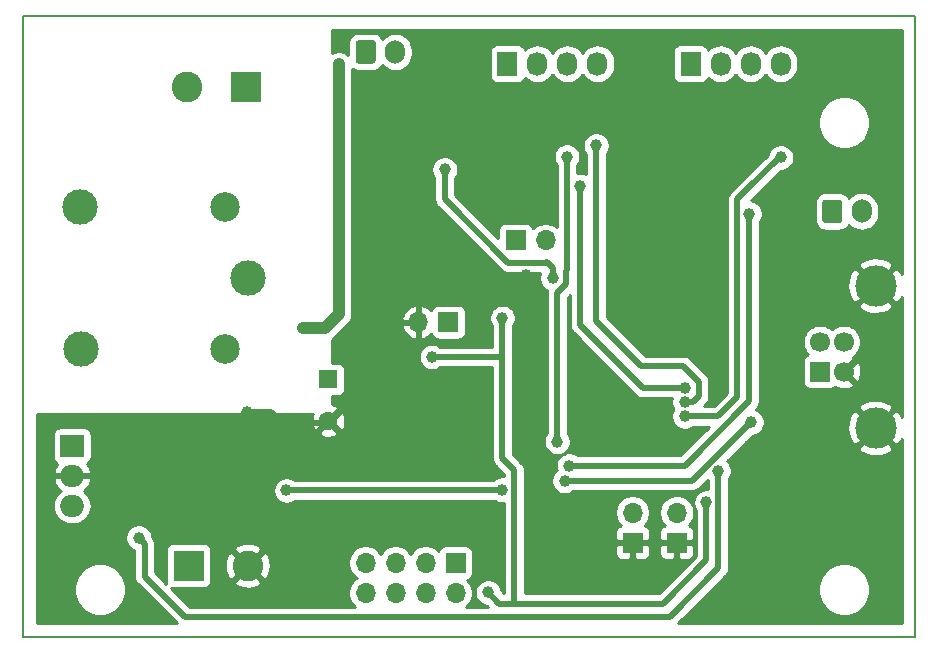
<source format=gbr>
G04 #@! TF.GenerationSoftware,KiCad,Pcbnew,5.1.6*
G04 #@! TF.CreationDate,2020-10-24T20:22:56+03:00*
G04 #@! TF.ProjectId,stm32,73746d33-322e-46b6-9963-61645f706362,rev?*
G04 #@! TF.SameCoordinates,Original*
G04 #@! TF.FileFunction,Copper,L2,Bot*
G04 #@! TF.FilePolarity,Positive*
%FSLAX46Y46*%
G04 Gerber Fmt 4.6, Leading zero omitted, Abs format (unit mm)*
G04 Created by KiCad (PCBNEW 5.1.6) date 2020-10-24 20:22:56*
%MOMM*%
%LPD*%
G01*
G04 APERTURE LIST*
G04 #@! TA.AperFunction,Profile*
%ADD10C,0.150000*%
G04 #@! TD*
G04 #@! TA.AperFunction,ComponentPad*
%ADD11R,1.730000X2.030000*%
G04 #@! TD*
G04 #@! TA.AperFunction,ComponentPad*
%ADD12O,1.730000X2.030000*%
G04 #@! TD*
G04 #@! TA.AperFunction,ComponentPad*
%ADD13R,2.600000X2.600000*%
G04 #@! TD*
G04 #@! TA.AperFunction,ComponentPad*
%ADD14C,2.600000*%
G04 #@! TD*
G04 #@! TA.AperFunction,ComponentPad*
%ADD15R,1.700000X1.700000*%
G04 #@! TD*
G04 #@! TA.AperFunction,ComponentPad*
%ADD16O,1.700000X1.700000*%
G04 #@! TD*
G04 #@! TA.AperFunction,ComponentPad*
%ADD17O,1.700000X2.000000*%
G04 #@! TD*
G04 #@! TA.AperFunction,ComponentPad*
%ADD18C,3.000000*%
G04 #@! TD*
G04 #@! TA.AperFunction,ComponentPad*
%ADD19C,2.500000*%
G04 #@! TD*
G04 #@! TA.AperFunction,ComponentPad*
%ADD20C,1.700000*%
G04 #@! TD*
G04 #@! TA.AperFunction,ComponentPad*
%ADD21C,3.500000*%
G04 #@! TD*
G04 #@! TA.AperFunction,ComponentPad*
%ADD22R,2.000000X1.905000*%
G04 #@! TD*
G04 #@! TA.AperFunction,ComponentPad*
%ADD23O,2.000000X1.905000*%
G04 #@! TD*
G04 #@! TA.AperFunction,ComponentPad*
%ADD24R,1.600000X1.600000*%
G04 #@! TD*
G04 #@! TA.AperFunction,ComponentPad*
%ADD25C,1.600000*%
G04 #@! TD*
G04 #@! TA.AperFunction,ViaPad*
%ADD26C,1.000000*%
G04 #@! TD*
G04 #@! TA.AperFunction,Conductor*
%ADD27C,0.500000*%
G04 #@! TD*
G04 #@! TA.AperFunction,Conductor*
%ADD28C,1.000000*%
G04 #@! TD*
G04 #@! TA.AperFunction,Conductor*
%ADD29C,0.254000*%
G04 #@! TD*
G04 APERTURE END LIST*
D10*
X38000000Y-104500000D02*
X38000000Y-52000000D01*
X113500000Y-104500000D02*
X38000000Y-104500000D01*
X113500000Y-52000000D02*
X113500000Y-104500000D01*
X38000000Y-52000000D02*
X113500000Y-52000000D01*
D11*
X94500000Y-56000000D03*
D12*
X97040000Y-56000000D03*
X99580000Y-56000000D03*
X102120000Y-56000000D03*
X86620000Y-56000000D03*
X84080000Y-56000000D03*
X81540000Y-56000000D03*
D11*
X79000000Y-56000000D03*
D13*
X52000000Y-98500000D03*
D14*
X57000000Y-98500000D03*
D15*
X74602000Y-98255500D03*
D16*
X74602000Y-100795500D03*
X72062000Y-98255500D03*
X72062000Y-100795500D03*
X69522000Y-98255500D03*
X69522000Y-100795500D03*
X66982000Y-98255500D03*
X66982000Y-100795500D03*
D17*
X109000000Y-68500000D03*
G04 #@! TA.AperFunction,ComponentPad*
G36*
G01*
X105650000Y-69250000D02*
X105650000Y-67750000D01*
G75*
G02*
X105900000Y-67500000I250000J0D01*
G01*
X107100000Y-67500000D01*
G75*
G02*
X107350000Y-67750000I0J-250000D01*
G01*
X107350000Y-69250000D01*
G75*
G02*
X107100000Y-69500000I-250000J0D01*
G01*
X105900000Y-69500000D01*
G75*
G02*
X105650000Y-69250000I0J250000D01*
G01*
G37*
G04 #@! TD.AperFunction*
G04 #@! TA.AperFunction,ComponentPad*
G36*
G01*
X66150000Y-55750000D02*
X66150000Y-54250000D01*
G75*
G02*
X66400000Y-54000000I250000J0D01*
G01*
X67600000Y-54000000D01*
G75*
G02*
X67850000Y-54250000I0J-250000D01*
G01*
X67850000Y-55750000D01*
G75*
G02*
X67600000Y-56000000I-250000J0D01*
G01*
X66400000Y-56000000D01*
G75*
G02*
X66150000Y-55750000I0J250000D01*
G01*
G37*
G04 #@! TD.AperFunction*
X69500000Y-55000000D03*
D13*
X56885500Y-58000000D03*
D14*
X51885500Y-58000000D03*
D18*
X57025200Y-74107720D03*
D19*
X55075200Y-68157720D03*
D18*
X42825200Y-68107720D03*
X42875200Y-80157720D03*
D19*
X55075200Y-80157720D03*
D15*
X105463000Y-82063000D03*
D20*
X105463000Y-79563000D03*
X107463000Y-79563000D03*
X107463000Y-82063000D03*
D21*
X110173000Y-86833000D03*
X110173000Y-74793000D03*
D16*
X89588000Y-94001000D03*
D15*
X89588000Y-96541000D03*
X93334500Y-96541000D03*
D16*
X93334500Y-94001000D03*
D22*
X42153500Y-88349500D03*
D23*
X42153500Y-90889500D03*
X42153500Y-93429500D03*
D15*
X79682000Y-70950500D03*
D16*
X82222000Y-70950500D03*
X71460000Y-77872000D03*
D15*
X74000000Y-77872000D03*
D24*
X63844500Y-82734000D03*
D25*
X63844500Y-86234000D03*
D26*
X66130500Y-95434000D03*
X70131000Y-95497500D03*
X74004500Y-95561000D03*
X62574500Y-95434000D03*
X56986500Y-85528000D03*
X96229500Y-69526000D03*
X96229500Y-77527000D03*
X71249120Y-72803120D03*
X80545000Y-73907500D03*
X91149500Y-68446500D03*
X78576500Y-77527000D03*
X72607500Y-80829000D03*
X77370000Y-100768000D03*
X95848500Y-93148000D03*
X60288500Y-92132000D03*
X78576500Y-92068500D03*
X99658500Y-86353500D03*
X83847000Y-91306500D03*
X47779000Y-96132500D03*
X96864500Y-90481000D03*
X61685500Y-78416000D03*
X64733500Y-56064000D03*
X73687000Y-64954000D03*
X82831000Y-74161500D03*
X94007000Y-83445494D03*
X85180500Y-66351000D03*
X83212000Y-88004500D03*
X84037500Y-63874500D03*
X99468000Y-68700500D03*
X84228000Y-90036500D03*
X94007000Y-84645497D03*
X86514000Y-62922000D03*
X94007000Y-85845500D03*
X102135000Y-63938000D03*
D27*
X70067500Y-95434000D02*
X70131000Y-95497500D01*
X66130500Y-95434000D02*
X70067500Y-95434000D01*
X70194500Y-95561000D02*
X70131000Y-95497500D01*
X74004500Y-95561000D02*
X70194500Y-95561000D01*
X66130500Y-95434000D02*
X62574500Y-95434000D01*
X62074501Y-94934001D02*
X60233001Y-94934001D01*
X62574500Y-95434000D02*
X62074501Y-94934001D01*
X60233001Y-94934001D02*
X56986500Y-91687500D01*
X56986500Y-91687500D02*
X56986500Y-85528000D01*
X96229500Y-69526000D02*
X96229500Y-77527000D01*
X72353500Y-73907500D02*
X71249120Y-72803120D01*
X80545000Y-73907500D02*
X72353500Y-73907500D01*
X92229000Y-69526000D02*
X96229500Y-69526000D01*
X91149500Y-68446500D02*
X92229000Y-69526000D01*
X70749121Y-73303119D02*
X71249120Y-72803120D01*
X69465381Y-73303119D02*
X70749121Y-73303119D01*
X69465381Y-77113119D02*
X69465381Y-73303119D01*
X65495500Y-81083000D02*
X69465381Y-77113119D01*
X65495500Y-84829500D02*
X65495500Y-81083000D01*
X59018500Y-85528000D02*
X59907500Y-86417000D01*
X56986500Y-85528000D02*
X59018500Y-85528000D01*
X59907500Y-86417000D02*
X63908000Y-86417000D01*
X63908000Y-86417000D02*
X65495500Y-84829500D01*
X78576500Y-89401500D02*
X79592500Y-90417500D01*
X79592500Y-90417500D02*
X79592500Y-100768000D01*
X92165500Y-101720500D02*
X95848500Y-98037500D01*
X95848500Y-98037500D02*
X95848500Y-93148000D01*
X77370000Y-100768000D02*
X78322500Y-101720500D01*
X79592500Y-100768000D02*
X79592500Y-101720500D01*
X78322500Y-101720500D02*
X79592500Y-101720500D01*
X79592500Y-101720500D02*
X92165500Y-101720500D01*
X78513000Y-80829000D02*
X78576500Y-80892500D01*
X78576500Y-77527000D02*
X78576500Y-80892500D01*
X72607500Y-80829000D02*
X78513000Y-80829000D01*
X78576500Y-80892500D02*
X78576500Y-89401500D01*
X60288500Y-92132000D02*
X78513000Y-92132000D01*
X78513000Y-92132000D02*
X78576500Y-92068500D01*
X94632998Y-91306500D02*
X83847000Y-91306500D01*
X98642500Y-87369500D02*
X94632998Y-91306500D01*
X99658500Y-86353500D02*
X98642500Y-87369500D01*
X48278999Y-96632499D02*
X48278999Y-99426499D01*
X47779000Y-96132500D02*
X48278999Y-96632499D01*
X48278999Y-99426499D02*
X51716000Y-102863500D01*
X51716000Y-102863500D02*
X92737000Y-102863500D01*
X96864500Y-98736000D02*
X96864500Y-90481000D01*
X92737000Y-102863500D02*
X96864500Y-98736000D01*
D28*
X63527000Y-78416000D02*
X61685500Y-78416000D01*
X64733500Y-56064000D02*
X64733500Y-77209500D01*
X64733500Y-77209500D02*
X63527000Y-78416000D01*
D27*
X73687000Y-67465502D02*
X73687000Y-64954000D01*
X79066999Y-72845501D02*
X82213501Y-72845501D01*
X79066999Y-72845501D02*
X73687000Y-67465502D01*
X82213501Y-72845501D02*
X82231002Y-72828000D01*
X82231002Y-72828000D02*
X82323000Y-72828000D01*
X82831000Y-73336000D02*
X82831000Y-74161500D01*
X82323000Y-72828000D02*
X82831000Y-73336000D01*
X85180500Y-66351000D02*
X85180500Y-78162000D01*
X90463994Y-83445494D02*
X94007000Y-83445494D01*
X85180500Y-78162000D02*
X90463994Y-83445494D01*
X83212000Y-88004500D02*
X83212000Y-75431500D01*
X83212000Y-75431500D02*
X83974000Y-74669500D01*
X83974000Y-74669500D02*
X83974000Y-73526500D01*
X84037500Y-73463000D02*
X84037500Y-63874500D01*
X83974000Y-73526500D02*
X84037500Y-73463000D01*
X99468000Y-83559500D02*
X99468000Y-68700500D01*
X99468000Y-84575500D02*
X99468000Y-83559500D01*
X94007000Y-90036500D02*
X99468000Y-84575500D01*
X84228000Y-90036500D02*
X94007000Y-90036500D01*
X94714106Y-84645497D02*
X95213500Y-84146103D01*
X94007000Y-84645497D02*
X94714106Y-84645497D01*
X95213500Y-84146103D02*
X95213500Y-82924500D01*
X95213500Y-82924500D02*
X93880000Y-81591000D01*
X93880000Y-81591000D02*
X90324000Y-81591000D01*
X90324000Y-81591000D02*
X86514000Y-77781000D01*
X86514000Y-77781000D02*
X86514000Y-62922000D01*
X102071500Y-63938000D02*
X102135000Y-63938000D01*
X94007000Y-85845500D02*
X96864500Y-85845500D01*
X96864500Y-85845500D02*
X98452000Y-84258000D01*
X98452000Y-67494000D02*
X99214000Y-66732000D01*
X98452000Y-84258000D02*
X98452000Y-67494000D01*
X99214000Y-66732000D02*
X102071500Y-63938000D01*
D29*
G36*
X112373000Y-73843105D02*
G01*
X112183766Y-73489073D01*
X111842609Y-73302997D01*
X110352605Y-74793000D01*
X111842609Y-76283003D01*
X112183766Y-76096927D01*
X112373000Y-75730877D01*
X112373000Y-85883105D01*
X112183766Y-85529073D01*
X111842609Y-85342997D01*
X110352605Y-86833000D01*
X111842609Y-88323003D01*
X112183766Y-88136927D01*
X112373000Y-87770877D01*
X112373000Y-103373000D01*
X93467765Y-103373000D01*
X96560105Y-100280660D01*
X105273000Y-100280660D01*
X105273000Y-100719340D01*
X105358582Y-101149592D01*
X105526458Y-101554880D01*
X105770176Y-101919630D01*
X106080370Y-102229824D01*
X106445120Y-102473542D01*
X106850408Y-102641418D01*
X107280660Y-102727000D01*
X107719340Y-102727000D01*
X108149592Y-102641418D01*
X108554880Y-102473542D01*
X108919630Y-102229824D01*
X109229824Y-101919630D01*
X109473542Y-101554880D01*
X109641418Y-101149592D01*
X109727000Y-100719340D01*
X109727000Y-100280660D01*
X109641418Y-99850408D01*
X109473542Y-99445120D01*
X109229824Y-99080370D01*
X108919630Y-98770176D01*
X108554880Y-98526458D01*
X108149592Y-98358582D01*
X107719340Y-98273000D01*
X107280660Y-98273000D01*
X106850408Y-98358582D01*
X106445120Y-98526458D01*
X106080370Y-98770176D01*
X105770176Y-99080370D01*
X105526458Y-99445120D01*
X105358582Y-99850408D01*
X105273000Y-100280660D01*
X96560105Y-100280660D01*
X97454169Y-99386596D01*
X97487633Y-99359133D01*
X97597227Y-99225592D01*
X97678662Y-99073237D01*
X97728810Y-98907922D01*
X97741500Y-98779079D01*
X97741500Y-98779070D01*
X97745742Y-98736001D01*
X97741500Y-98692931D01*
X97741500Y-91197023D01*
X97863234Y-91014835D01*
X97948190Y-90809734D01*
X97991500Y-90592000D01*
X97991500Y-90370000D01*
X97948190Y-90152266D01*
X97863234Y-89947165D01*
X97739898Y-89762579D01*
X97599783Y-89622464D01*
X98740260Y-88502609D01*
X108682997Y-88502609D01*
X108869073Y-88843766D01*
X109286409Y-89059513D01*
X109737815Y-89189696D01*
X110205946Y-89229313D01*
X110672811Y-89176842D01*
X111120468Y-89034297D01*
X111476927Y-88843766D01*
X111663003Y-88502609D01*
X110173000Y-87012605D01*
X108682997Y-88502609D01*
X98740260Y-88502609D01*
X99229071Y-88022638D01*
X99232171Y-88020094D01*
X99259815Y-87992450D01*
X99287686Y-87965083D01*
X99290256Y-87962009D01*
X99772328Y-87479937D01*
X99987234Y-87437190D01*
X100192335Y-87352234D01*
X100376921Y-87228898D01*
X100533898Y-87071921D01*
X100657234Y-86887335D01*
X100666093Y-86865946D01*
X107776687Y-86865946D01*
X107829158Y-87332811D01*
X107971703Y-87780468D01*
X108162234Y-88136927D01*
X108503391Y-88323003D01*
X109993395Y-86833000D01*
X108503391Y-85342997D01*
X108162234Y-85529073D01*
X107946487Y-85946409D01*
X107816304Y-86397815D01*
X107776687Y-86865946D01*
X100666093Y-86865946D01*
X100742190Y-86682234D01*
X100785500Y-86464500D01*
X100785500Y-86242500D01*
X100742190Y-86024766D01*
X100657234Y-85819665D01*
X100533898Y-85635079D01*
X100376921Y-85478102D01*
X100192335Y-85354766D01*
X100006129Y-85277636D01*
X100057669Y-85226096D01*
X100091133Y-85198633D01*
X100120055Y-85163391D01*
X108682997Y-85163391D01*
X110173000Y-86653395D01*
X111663003Y-85163391D01*
X111476927Y-84822234D01*
X111059591Y-84606487D01*
X110608185Y-84476304D01*
X110140054Y-84436687D01*
X109673189Y-84489158D01*
X109225532Y-84631703D01*
X108869073Y-84822234D01*
X108682997Y-85163391D01*
X100120055Y-85163391D01*
X100200727Y-85065092D01*
X100282162Y-84912737D01*
X100332310Y-84747422D01*
X100345000Y-84618579D01*
X100345000Y-84618570D01*
X100349242Y-84575501D01*
X100345000Y-84532431D01*
X100345000Y-81213000D01*
X103982967Y-81213000D01*
X103982967Y-82913000D01*
X103995073Y-83035913D01*
X104030925Y-83154103D01*
X104089147Y-83263028D01*
X104167499Y-83358501D01*
X104262972Y-83436853D01*
X104371897Y-83495075D01*
X104490087Y-83530927D01*
X104613000Y-83543033D01*
X106313000Y-83543033D01*
X106435913Y-83530927D01*
X106554103Y-83495075D01*
X106663028Y-83436853D01*
X106747900Y-83367201D01*
X106955883Y-83466371D01*
X107239411Y-83538339D01*
X107531531Y-83553611D01*
X107821019Y-83511599D01*
X108096747Y-83413919D01*
X108234157Y-83340472D01*
X108311792Y-83091397D01*
X107463000Y-82242605D01*
X107448858Y-82256748D01*
X107269253Y-82077143D01*
X107283395Y-82063000D01*
X107642605Y-82063000D01*
X108491397Y-82911792D01*
X108740472Y-82834157D01*
X108866371Y-82570117D01*
X108938339Y-82286589D01*
X108953611Y-81994469D01*
X108911599Y-81704981D01*
X108813919Y-81429253D01*
X108740472Y-81291843D01*
X108491397Y-81214208D01*
X107642605Y-82063000D01*
X107283395Y-82063000D01*
X107269253Y-82048858D01*
X107448858Y-81869253D01*
X107463000Y-81883395D01*
X108311792Y-81034603D01*
X108244108Y-80817454D01*
X108404533Y-80710261D01*
X108610261Y-80504533D01*
X108771901Y-80262622D01*
X108883240Y-79993825D01*
X108940000Y-79708472D01*
X108940000Y-79417528D01*
X108883240Y-79132175D01*
X108771901Y-78863378D01*
X108610261Y-78621467D01*
X108404533Y-78415739D01*
X108162622Y-78254099D01*
X107893825Y-78142760D01*
X107608472Y-78086000D01*
X107317528Y-78086000D01*
X107032175Y-78142760D01*
X106763378Y-78254099D01*
X106521467Y-78415739D01*
X106463000Y-78474206D01*
X106404533Y-78415739D01*
X106162622Y-78254099D01*
X105893825Y-78142760D01*
X105608472Y-78086000D01*
X105317528Y-78086000D01*
X105032175Y-78142760D01*
X104763378Y-78254099D01*
X104521467Y-78415739D01*
X104315739Y-78621467D01*
X104154099Y-78863378D01*
X104042760Y-79132175D01*
X103986000Y-79417528D01*
X103986000Y-79708472D01*
X104042760Y-79993825D01*
X104154099Y-80262622D01*
X104315739Y-80504533D01*
X104425785Y-80614579D01*
X104371897Y-80630925D01*
X104262972Y-80689147D01*
X104167499Y-80767499D01*
X104089147Y-80862972D01*
X104030925Y-80971897D01*
X103995073Y-81090087D01*
X103982967Y-81213000D01*
X100345000Y-81213000D01*
X100345000Y-76462609D01*
X108682997Y-76462609D01*
X108869073Y-76803766D01*
X109286409Y-77019513D01*
X109737815Y-77149696D01*
X110205946Y-77189313D01*
X110672811Y-77136842D01*
X111120468Y-76994297D01*
X111476927Y-76803766D01*
X111663003Y-76462609D01*
X110173000Y-74972605D01*
X108682997Y-76462609D01*
X100345000Y-76462609D01*
X100345000Y-74825946D01*
X107776687Y-74825946D01*
X107829158Y-75292811D01*
X107971703Y-75740468D01*
X108162234Y-76096927D01*
X108503391Y-76283003D01*
X109993395Y-74793000D01*
X108503391Y-73302997D01*
X108162234Y-73489073D01*
X107946487Y-73906409D01*
X107816304Y-74357815D01*
X107776687Y-74825946D01*
X100345000Y-74825946D01*
X100345000Y-73123391D01*
X108682997Y-73123391D01*
X110173000Y-74613395D01*
X111663003Y-73123391D01*
X111476927Y-72782234D01*
X111059591Y-72566487D01*
X110608185Y-72436304D01*
X110140054Y-72396687D01*
X109673189Y-72449158D01*
X109225532Y-72591703D01*
X108869073Y-72782234D01*
X108682997Y-73123391D01*
X100345000Y-73123391D01*
X100345000Y-69416523D01*
X100466734Y-69234335D01*
X100551690Y-69029234D01*
X100595000Y-68811500D01*
X100595000Y-68589500D01*
X100551690Y-68371766D01*
X100466734Y-68166665D01*
X100343398Y-67982079D01*
X100186421Y-67825102D01*
X100074023Y-67750000D01*
X105019967Y-67750000D01*
X105019967Y-69250000D01*
X105036877Y-69421686D01*
X105086956Y-69586774D01*
X105168279Y-69738920D01*
X105277723Y-69872277D01*
X105411080Y-69981721D01*
X105563226Y-70063044D01*
X105728314Y-70113123D01*
X105900000Y-70130033D01*
X107100000Y-70130033D01*
X107271686Y-70113123D01*
X107436774Y-70063044D01*
X107588920Y-69981721D01*
X107722277Y-69872277D01*
X107831721Y-69738920D01*
X107891365Y-69627333D01*
X107950550Y-69699450D01*
X108175454Y-69884022D01*
X108432043Y-70021172D01*
X108710458Y-70105629D01*
X109000000Y-70134146D01*
X109289543Y-70105629D01*
X109567958Y-70021172D01*
X109824547Y-69884022D01*
X110049450Y-69699450D01*
X110234022Y-69474547D01*
X110371172Y-69217957D01*
X110455629Y-68939542D01*
X110477000Y-68722555D01*
X110477000Y-68277444D01*
X110455629Y-68060457D01*
X110371172Y-67782042D01*
X110234022Y-67525453D01*
X110049450Y-67300550D01*
X109824546Y-67115978D01*
X109567957Y-66978828D01*
X109289542Y-66894371D01*
X109000000Y-66865854D01*
X108710457Y-66894371D01*
X108432042Y-66978828D01*
X108175453Y-67115978D01*
X107950550Y-67300550D01*
X107891365Y-67372668D01*
X107831721Y-67261080D01*
X107722277Y-67127723D01*
X107588920Y-67018279D01*
X107436774Y-66936956D01*
X107271686Y-66886877D01*
X107100000Y-66869967D01*
X105900000Y-66869967D01*
X105728314Y-66886877D01*
X105563226Y-66936956D01*
X105411080Y-67018279D01*
X105277723Y-67127723D01*
X105168279Y-67261080D01*
X105086956Y-67413226D01*
X105036877Y-67578314D01*
X105019967Y-67750000D01*
X100074023Y-67750000D01*
X100001835Y-67701766D01*
X99796734Y-67616810D01*
X99607164Y-67579102D01*
X99830702Y-67355564D01*
X102173324Y-65065000D01*
X102246000Y-65065000D01*
X102463734Y-65021690D01*
X102668835Y-64936734D01*
X102853421Y-64813398D01*
X103010398Y-64656421D01*
X103133734Y-64471835D01*
X103218690Y-64266734D01*
X103262000Y-64049000D01*
X103262000Y-63827000D01*
X103218690Y-63609266D01*
X103133734Y-63404165D01*
X103010398Y-63219579D01*
X102853421Y-63062602D01*
X102668835Y-62939266D01*
X102463734Y-62854310D01*
X102246000Y-62811000D01*
X102024000Y-62811000D01*
X101806266Y-62854310D01*
X101601165Y-62939266D01*
X101416579Y-63062602D01*
X101259602Y-63219579D01*
X101136266Y-63404165D01*
X101051310Y-63609266D01*
X101026692Y-63733029D01*
X98628158Y-66078263D01*
X98624328Y-66081406D01*
X98597255Y-66108479D01*
X98570073Y-66135057D01*
X98566910Y-66138824D01*
X97862327Y-66843408D01*
X97828868Y-66870867D01*
X97801409Y-66904326D01*
X97801406Y-66904329D01*
X97719274Y-67004408D01*
X97637838Y-67156764D01*
X97587690Y-67322078D01*
X97570757Y-67494000D01*
X97575001Y-67537090D01*
X97575000Y-83894734D01*
X96501235Y-84968500D01*
X95631368Y-84968500D01*
X95803169Y-84796699D01*
X95836633Y-84769236D01*
X95946227Y-84635695D01*
X96027662Y-84483340D01*
X96060933Y-84373662D01*
X96077810Y-84318026D01*
X96094743Y-84146103D01*
X96090500Y-84103024D01*
X96090500Y-82967579D01*
X96094743Y-82924500D01*
X96077810Y-82752577D01*
X96027662Y-82587263D01*
X95946226Y-82434907D01*
X95864094Y-82334828D01*
X95864092Y-82334826D01*
X95836633Y-82301367D01*
X95803174Y-82273908D01*
X94530594Y-81001329D01*
X94503133Y-80967867D01*
X94369592Y-80858273D01*
X94217237Y-80776838D01*
X94051922Y-80726690D01*
X93880000Y-80709757D01*
X93836921Y-80714000D01*
X90687265Y-80714000D01*
X87391000Y-77417735D01*
X87391000Y-63638023D01*
X87512734Y-63455835D01*
X87597690Y-63250734D01*
X87641000Y-63033000D01*
X87641000Y-62811000D01*
X87597690Y-62593266D01*
X87512734Y-62388165D01*
X87389398Y-62203579D01*
X87232421Y-62046602D01*
X87047835Y-61923266D01*
X86842734Y-61838310D01*
X86625000Y-61795000D01*
X86403000Y-61795000D01*
X86185266Y-61838310D01*
X85980165Y-61923266D01*
X85795579Y-62046602D01*
X85638602Y-62203579D01*
X85515266Y-62388165D01*
X85430310Y-62593266D01*
X85387000Y-62811000D01*
X85387000Y-63033000D01*
X85430310Y-63250734D01*
X85515266Y-63455835D01*
X85637001Y-63638025D01*
X85637001Y-65320233D01*
X85509234Y-65267310D01*
X85291500Y-65224000D01*
X85069500Y-65224000D01*
X84914500Y-65254831D01*
X84914500Y-64590523D01*
X85036234Y-64408335D01*
X85121190Y-64203234D01*
X85164500Y-63985500D01*
X85164500Y-63763500D01*
X85121190Y-63545766D01*
X85036234Y-63340665D01*
X84912898Y-63156079D01*
X84755921Y-62999102D01*
X84571335Y-62875766D01*
X84366234Y-62790810D01*
X84148500Y-62747500D01*
X83926500Y-62747500D01*
X83708766Y-62790810D01*
X83503665Y-62875766D01*
X83319079Y-62999102D01*
X83162102Y-63156079D01*
X83038766Y-63340665D01*
X82953810Y-63545766D01*
X82910500Y-63763500D01*
X82910500Y-63985500D01*
X82953810Y-64203234D01*
X83038766Y-64408335D01*
X83160501Y-64590525D01*
X83160500Y-69801213D01*
X82921622Y-69641599D01*
X82652825Y-69530260D01*
X82367472Y-69473500D01*
X82076528Y-69473500D01*
X81791175Y-69530260D01*
X81522378Y-69641599D01*
X81280467Y-69803239D01*
X81139731Y-69943975D01*
X81114075Y-69859397D01*
X81055853Y-69750472D01*
X80977501Y-69654999D01*
X80882028Y-69576647D01*
X80773103Y-69518425D01*
X80654913Y-69482573D01*
X80532000Y-69470467D01*
X78832000Y-69470467D01*
X78709087Y-69482573D01*
X78590897Y-69518425D01*
X78481972Y-69576647D01*
X78386499Y-69654999D01*
X78308147Y-69750472D01*
X78249925Y-69859397D01*
X78214073Y-69977587D01*
X78201967Y-70100500D01*
X78201967Y-70740204D01*
X74564000Y-67102237D01*
X74564000Y-65670023D01*
X74685734Y-65487835D01*
X74770690Y-65282734D01*
X74814000Y-65065000D01*
X74814000Y-64843000D01*
X74770690Y-64625266D01*
X74685734Y-64420165D01*
X74562398Y-64235579D01*
X74405421Y-64078602D01*
X74220835Y-63955266D01*
X74015734Y-63870310D01*
X73798000Y-63827000D01*
X73576000Y-63827000D01*
X73358266Y-63870310D01*
X73153165Y-63955266D01*
X72968579Y-64078602D01*
X72811602Y-64235579D01*
X72688266Y-64420165D01*
X72603310Y-64625266D01*
X72560000Y-64843000D01*
X72560000Y-65065000D01*
X72603310Y-65282734D01*
X72688266Y-65487835D01*
X72810001Y-65670024D01*
X72810000Y-67422422D01*
X72805757Y-67465502D01*
X72820011Y-67610219D01*
X72822690Y-67637423D01*
X72872838Y-67802738D01*
X72954273Y-67955093D01*
X73063867Y-68088635D01*
X73097332Y-68116099D01*
X78416402Y-73435169D01*
X78443866Y-73468634D01*
X78577407Y-73578228D01*
X78669898Y-73627665D01*
X78729762Y-73659663D01*
X78895076Y-73709811D01*
X79066999Y-73726744D01*
X79110078Y-73722501D01*
X81792983Y-73722501D01*
X81747310Y-73832766D01*
X81704000Y-74050500D01*
X81704000Y-74272500D01*
X81747310Y-74490234D01*
X81832266Y-74695335D01*
X81955602Y-74879921D01*
X82112579Y-75036898D01*
X82297165Y-75160234D01*
X82368822Y-75189915D01*
X82347690Y-75259578D01*
X82330757Y-75431500D01*
X82335001Y-75474590D01*
X82335000Y-87288476D01*
X82213266Y-87470665D01*
X82128310Y-87675766D01*
X82085000Y-87893500D01*
X82085000Y-88115500D01*
X82128310Y-88333234D01*
X82213266Y-88538335D01*
X82336602Y-88722921D01*
X82493579Y-88879898D01*
X82678165Y-89003234D01*
X82883266Y-89088190D01*
X83101000Y-89131500D01*
X83323000Y-89131500D01*
X83540734Y-89088190D01*
X83745835Y-89003234D01*
X83930421Y-88879898D01*
X84087398Y-88722921D01*
X84210734Y-88538335D01*
X84295690Y-88333234D01*
X84339000Y-88115500D01*
X84339000Y-87893500D01*
X84295690Y-87675766D01*
X84210734Y-87470665D01*
X84089000Y-87288477D01*
X84089000Y-75794765D01*
X84303501Y-75580265D01*
X84303501Y-78118910D01*
X84299257Y-78162000D01*
X84316190Y-78333922D01*
X84366338Y-78499236D01*
X84447774Y-78651592D01*
X84529906Y-78751671D01*
X84529909Y-78751674D01*
X84557368Y-78785133D01*
X84590827Y-78812592D01*
X89813402Y-84035168D01*
X89840861Y-84068627D01*
X89874320Y-84096086D01*
X89874322Y-84096088D01*
X89935266Y-84146103D01*
X89974402Y-84178221D01*
X89994909Y-84189182D01*
X90126757Y-84259656D01*
X90292071Y-84309804D01*
X90463994Y-84326737D01*
X90507073Y-84322494D01*
X92922170Y-84322494D01*
X92880000Y-84534497D01*
X92880000Y-84756497D01*
X92923310Y-84974231D01*
X93008266Y-85179332D01*
X93052477Y-85245498D01*
X93008266Y-85311665D01*
X92923310Y-85516766D01*
X92880000Y-85734500D01*
X92880000Y-85956500D01*
X92923310Y-86174234D01*
X93008266Y-86379335D01*
X93131602Y-86563921D01*
X93288579Y-86720898D01*
X93473165Y-86844234D01*
X93678266Y-86929190D01*
X93896000Y-86972500D01*
X94118000Y-86972500D01*
X94335734Y-86929190D01*
X94540835Y-86844234D01*
X94723023Y-86722500D01*
X96080735Y-86722500D01*
X93643735Y-89159500D01*
X84944023Y-89159500D01*
X84761835Y-89037766D01*
X84556734Y-88952810D01*
X84339000Y-88909500D01*
X84117000Y-88909500D01*
X83899266Y-88952810D01*
X83694165Y-89037766D01*
X83509579Y-89161102D01*
X83352602Y-89318079D01*
X83229266Y-89502665D01*
X83144310Y-89707766D01*
X83101000Y-89925500D01*
X83101000Y-90147500D01*
X83144310Y-90365234D01*
X83162269Y-90408591D01*
X83128579Y-90431102D01*
X82971602Y-90588079D01*
X82848266Y-90772665D01*
X82763310Y-90977766D01*
X82720000Y-91195500D01*
X82720000Y-91417500D01*
X82763310Y-91635234D01*
X82848266Y-91840335D01*
X82971602Y-92024921D01*
X83128579Y-92181898D01*
X83313165Y-92305234D01*
X83518266Y-92390190D01*
X83736000Y-92433500D01*
X83958000Y-92433500D01*
X84175734Y-92390190D01*
X84380835Y-92305234D01*
X84563023Y-92183500D01*
X94585911Y-92183500D01*
X94624959Y-92187706D01*
X94672064Y-92183500D01*
X94676077Y-92183500D01*
X94715020Y-92179664D01*
X94797027Y-92172342D01*
X94800898Y-92171206D01*
X94804920Y-92170810D01*
X94883843Y-92146869D01*
X94962792Y-92123704D01*
X94966365Y-92121836D01*
X94970235Y-92120662D01*
X95043012Y-92081762D01*
X95115884Y-92043662D01*
X95119023Y-92041134D01*
X95122590Y-92039227D01*
X95186352Y-91986899D01*
X95216709Y-91962446D01*
X95219564Y-91959643D01*
X95256131Y-91929633D01*
X95281052Y-91899266D01*
X95987501Y-91205592D01*
X95987501Y-92026570D01*
X95959500Y-92021000D01*
X95737500Y-92021000D01*
X95519766Y-92064310D01*
X95314665Y-92149266D01*
X95130079Y-92272602D01*
X94973102Y-92429579D01*
X94849766Y-92614165D01*
X94764810Y-92819266D01*
X94721500Y-93037000D01*
X94721500Y-93259000D01*
X94764810Y-93476734D01*
X94849766Y-93681835D01*
X94971501Y-93864025D01*
X94971500Y-97674235D01*
X91802235Y-100843500D01*
X80469500Y-100843500D01*
X80469500Y-97391000D01*
X88099928Y-97391000D01*
X88112188Y-97515482D01*
X88148498Y-97635180D01*
X88207463Y-97745494D01*
X88286815Y-97842185D01*
X88383506Y-97921537D01*
X88493820Y-97980502D01*
X88613518Y-98016812D01*
X88738000Y-98029072D01*
X89302250Y-98026000D01*
X89461000Y-97867250D01*
X89461000Y-96668000D01*
X89715000Y-96668000D01*
X89715000Y-97867250D01*
X89873750Y-98026000D01*
X90438000Y-98029072D01*
X90562482Y-98016812D01*
X90682180Y-97980502D01*
X90792494Y-97921537D01*
X90889185Y-97842185D01*
X90968537Y-97745494D01*
X91027502Y-97635180D01*
X91063812Y-97515482D01*
X91076072Y-97391000D01*
X91846428Y-97391000D01*
X91858688Y-97515482D01*
X91894998Y-97635180D01*
X91953963Y-97745494D01*
X92033315Y-97842185D01*
X92130006Y-97921537D01*
X92240320Y-97980502D01*
X92360018Y-98016812D01*
X92484500Y-98029072D01*
X93048750Y-98026000D01*
X93207500Y-97867250D01*
X93207500Y-96668000D01*
X93461500Y-96668000D01*
X93461500Y-97867250D01*
X93620250Y-98026000D01*
X94184500Y-98029072D01*
X94308982Y-98016812D01*
X94428680Y-97980502D01*
X94538994Y-97921537D01*
X94635685Y-97842185D01*
X94715037Y-97745494D01*
X94774002Y-97635180D01*
X94810312Y-97515482D01*
X94822572Y-97391000D01*
X94819500Y-96826750D01*
X94660750Y-96668000D01*
X93461500Y-96668000D01*
X93207500Y-96668000D01*
X92008250Y-96668000D01*
X91849500Y-96826750D01*
X91846428Y-97391000D01*
X91076072Y-97391000D01*
X91073000Y-96826750D01*
X90914250Y-96668000D01*
X89715000Y-96668000D01*
X89461000Y-96668000D01*
X88261750Y-96668000D01*
X88103000Y-96826750D01*
X88099928Y-97391000D01*
X80469500Y-97391000D01*
X80469500Y-95691000D01*
X88099928Y-95691000D01*
X88103000Y-96255250D01*
X88261750Y-96414000D01*
X89461000Y-96414000D01*
X89461000Y-96394000D01*
X89715000Y-96394000D01*
X89715000Y-96414000D01*
X90914250Y-96414000D01*
X91073000Y-96255250D01*
X91076072Y-95691000D01*
X91846428Y-95691000D01*
X91849500Y-96255250D01*
X92008250Y-96414000D01*
X93207500Y-96414000D01*
X93207500Y-96394000D01*
X93461500Y-96394000D01*
X93461500Y-96414000D01*
X94660750Y-96414000D01*
X94819500Y-96255250D01*
X94822572Y-95691000D01*
X94810312Y-95566518D01*
X94774002Y-95446820D01*
X94715037Y-95336506D01*
X94635685Y-95239815D01*
X94538994Y-95160463D01*
X94428680Y-95101498D01*
X94347440Y-95076854D01*
X94481761Y-94942533D01*
X94643401Y-94700622D01*
X94754740Y-94431825D01*
X94811500Y-94146472D01*
X94811500Y-93855528D01*
X94754740Y-93570175D01*
X94643401Y-93301378D01*
X94481761Y-93059467D01*
X94276033Y-92853739D01*
X94034122Y-92692099D01*
X93765325Y-92580760D01*
X93479972Y-92524000D01*
X93189028Y-92524000D01*
X92903675Y-92580760D01*
X92634878Y-92692099D01*
X92392967Y-92853739D01*
X92187239Y-93059467D01*
X92025599Y-93301378D01*
X91914260Y-93570175D01*
X91857500Y-93855528D01*
X91857500Y-94146472D01*
X91914260Y-94431825D01*
X92025599Y-94700622D01*
X92187239Y-94942533D01*
X92321560Y-95076854D01*
X92240320Y-95101498D01*
X92130006Y-95160463D01*
X92033315Y-95239815D01*
X91953963Y-95336506D01*
X91894998Y-95446820D01*
X91858688Y-95566518D01*
X91846428Y-95691000D01*
X91076072Y-95691000D01*
X91063812Y-95566518D01*
X91027502Y-95446820D01*
X90968537Y-95336506D01*
X90889185Y-95239815D01*
X90792494Y-95160463D01*
X90682180Y-95101498D01*
X90600940Y-95076854D01*
X90735261Y-94942533D01*
X90896901Y-94700622D01*
X91008240Y-94431825D01*
X91065000Y-94146472D01*
X91065000Y-93855528D01*
X91008240Y-93570175D01*
X90896901Y-93301378D01*
X90735261Y-93059467D01*
X90529533Y-92853739D01*
X90287622Y-92692099D01*
X90018825Y-92580760D01*
X89733472Y-92524000D01*
X89442528Y-92524000D01*
X89157175Y-92580760D01*
X88888378Y-92692099D01*
X88646467Y-92853739D01*
X88440739Y-93059467D01*
X88279099Y-93301378D01*
X88167760Y-93570175D01*
X88111000Y-93855528D01*
X88111000Y-94146472D01*
X88167760Y-94431825D01*
X88279099Y-94700622D01*
X88440739Y-94942533D01*
X88575060Y-95076854D01*
X88493820Y-95101498D01*
X88383506Y-95160463D01*
X88286815Y-95239815D01*
X88207463Y-95336506D01*
X88148498Y-95446820D01*
X88112188Y-95566518D01*
X88099928Y-95691000D01*
X80469500Y-95691000D01*
X80469500Y-90460579D01*
X80473743Y-90417500D01*
X80456810Y-90245577D01*
X80406662Y-90080263D01*
X80359168Y-89991408D01*
X80325227Y-89927908D01*
X80215633Y-89794367D01*
X80182175Y-89766909D01*
X79453500Y-89038235D01*
X79453500Y-80935579D01*
X79457743Y-80892500D01*
X79453500Y-80849421D01*
X79453500Y-78243023D01*
X79575234Y-78060835D01*
X79660190Y-77855734D01*
X79703500Y-77638000D01*
X79703500Y-77416000D01*
X79660190Y-77198266D01*
X79575234Y-76993165D01*
X79451898Y-76808579D01*
X79294921Y-76651602D01*
X79110335Y-76528266D01*
X78905234Y-76443310D01*
X78687500Y-76400000D01*
X78465500Y-76400000D01*
X78247766Y-76443310D01*
X78042665Y-76528266D01*
X77858079Y-76651602D01*
X77701102Y-76808579D01*
X77577766Y-76993165D01*
X77492810Y-77198266D01*
X77449500Y-77416000D01*
X77449500Y-77638000D01*
X77492810Y-77855734D01*
X77577766Y-78060835D01*
X77699500Y-78243024D01*
X77699501Y-79952000D01*
X73323523Y-79952000D01*
X73141335Y-79830266D01*
X72936234Y-79745310D01*
X72718500Y-79702000D01*
X72496500Y-79702000D01*
X72278766Y-79745310D01*
X72073665Y-79830266D01*
X71889079Y-79953602D01*
X71732102Y-80110579D01*
X71608766Y-80295165D01*
X71523810Y-80500266D01*
X71480500Y-80718000D01*
X71480500Y-80940000D01*
X71523810Y-81157734D01*
X71608766Y-81362835D01*
X71732102Y-81547421D01*
X71889079Y-81704398D01*
X72073665Y-81827734D01*
X72278766Y-81912690D01*
X72496500Y-81956000D01*
X72718500Y-81956000D01*
X72936234Y-81912690D01*
X73141335Y-81827734D01*
X73323523Y-81706000D01*
X77699500Y-81706000D01*
X77699501Y-89358410D01*
X77695257Y-89401500D01*
X77712190Y-89573422D01*
X77762338Y-89738736D01*
X77843774Y-89891092D01*
X77925906Y-89991171D01*
X77925909Y-89991174D01*
X77953368Y-90024633D01*
X77986827Y-90052092D01*
X78715500Y-90780766D01*
X78715500Y-90947070D01*
X78687500Y-90941500D01*
X78465500Y-90941500D01*
X78247766Y-90984810D01*
X78042665Y-91069766D01*
X77858079Y-91193102D01*
X77796181Y-91255000D01*
X61004523Y-91255000D01*
X60822335Y-91133266D01*
X60617234Y-91048310D01*
X60399500Y-91005000D01*
X60177500Y-91005000D01*
X59959766Y-91048310D01*
X59754665Y-91133266D01*
X59570079Y-91256602D01*
X59413102Y-91413579D01*
X59289766Y-91598165D01*
X59204810Y-91803266D01*
X59161500Y-92021000D01*
X59161500Y-92243000D01*
X59204810Y-92460734D01*
X59289766Y-92665835D01*
X59413102Y-92850421D01*
X59570079Y-93007398D01*
X59754665Y-93130734D01*
X59959766Y-93215690D01*
X60177500Y-93259000D01*
X60399500Y-93259000D01*
X60617234Y-93215690D01*
X60822335Y-93130734D01*
X61004523Y-93009000D01*
X77955511Y-93009000D01*
X78042665Y-93067234D01*
X78247766Y-93152190D01*
X78465500Y-93195500D01*
X78687500Y-93195500D01*
X78715500Y-93189930D01*
X78715501Y-100724912D01*
X78715500Y-100724922D01*
X78715500Y-100843500D01*
X78685765Y-100843500D01*
X78496438Y-100654173D01*
X78453690Y-100439266D01*
X78368734Y-100234165D01*
X78245398Y-100049579D01*
X78088421Y-99892602D01*
X77903835Y-99769266D01*
X77698734Y-99684310D01*
X77481000Y-99641000D01*
X77259000Y-99641000D01*
X77041266Y-99684310D01*
X76836165Y-99769266D01*
X76651579Y-99892602D01*
X76494602Y-100049579D01*
X76371266Y-100234165D01*
X76286310Y-100439266D01*
X76243000Y-100657000D01*
X76243000Y-100879000D01*
X76286310Y-101096734D01*
X76371266Y-101301835D01*
X76494602Y-101486421D01*
X76651579Y-101643398D01*
X76836165Y-101766734D01*
X77041266Y-101851690D01*
X77256173Y-101894438D01*
X77348235Y-101986500D01*
X75478073Y-101986500D01*
X75543533Y-101942761D01*
X75749261Y-101737033D01*
X75910901Y-101495122D01*
X76022240Y-101226325D01*
X76079000Y-100940972D01*
X76079000Y-100650028D01*
X76022240Y-100364675D01*
X75910901Y-100095878D01*
X75749261Y-99853967D01*
X75608525Y-99713231D01*
X75693103Y-99687575D01*
X75802028Y-99629353D01*
X75897501Y-99551001D01*
X75975853Y-99455528D01*
X76034075Y-99346603D01*
X76069927Y-99228413D01*
X76082033Y-99105500D01*
X76082033Y-97405500D01*
X76069927Y-97282587D01*
X76034075Y-97164397D01*
X75975853Y-97055472D01*
X75897501Y-96959999D01*
X75802028Y-96881647D01*
X75693103Y-96823425D01*
X75574913Y-96787573D01*
X75452000Y-96775467D01*
X73752000Y-96775467D01*
X73629087Y-96787573D01*
X73510897Y-96823425D01*
X73401972Y-96881647D01*
X73306499Y-96959999D01*
X73228147Y-97055472D01*
X73169925Y-97164397D01*
X73144269Y-97248975D01*
X73003533Y-97108239D01*
X72761622Y-96946599D01*
X72492825Y-96835260D01*
X72207472Y-96778500D01*
X71916528Y-96778500D01*
X71631175Y-96835260D01*
X71362378Y-96946599D01*
X71120467Y-97108239D01*
X70914739Y-97313967D01*
X70792000Y-97497659D01*
X70669261Y-97313967D01*
X70463533Y-97108239D01*
X70221622Y-96946599D01*
X69952825Y-96835260D01*
X69667472Y-96778500D01*
X69376528Y-96778500D01*
X69091175Y-96835260D01*
X68822378Y-96946599D01*
X68580467Y-97108239D01*
X68374739Y-97313967D01*
X68252000Y-97497659D01*
X68129261Y-97313967D01*
X67923533Y-97108239D01*
X67681622Y-96946599D01*
X67412825Y-96835260D01*
X67127472Y-96778500D01*
X66836528Y-96778500D01*
X66551175Y-96835260D01*
X66282378Y-96946599D01*
X66040467Y-97108239D01*
X65834739Y-97313967D01*
X65673099Y-97555878D01*
X65561760Y-97824675D01*
X65505000Y-98110028D01*
X65505000Y-98400972D01*
X65561760Y-98686325D01*
X65673099Y-98955122D01*
X65834739Y-99197033D01*
X66040467Y-99402761D01*
X66224159Y-99525500D01*
X66040467Y-99648239D01*
X65834739Y-99853967D01*
X65673099Y-100095878D01*
X65561760Y-100364675D01*
X65505000Y-100650028D01*
X65505000Y-100940972D01*
X65561760Y-101226325D01*
X65673099Y-101495122D01*
X65834739Y-101737033D01*
X66040467Y-101942761D01*
X66105927Y-101986500D01*
X52079265Y-101986500D01*
X50481782Y-100389017D01*
X50577087Y-100417927D01*
X50700000Y-100430033D01*
X53300000Y-100430033D01*
X53422913Y-100417927D01*
X53541103Y-100382075D01*
X53650028Y-100323853D01*
X53745501Y-100245501D01*
X53823853Y-100150028D01*
X53882075Y-100041103D01*
X53917927Y-99922913D01*
X53925184Y-99849224D01*
X55830381Y-99849224D01*
X55962317Y-100144312D01*
X56303045Y-100315159D01*
X56670557Y-100416250D01*
X57050729Y-100443701D01*
X57428951Y-100396457D01*
X57790690Y-100276333D01*
X58037683Y-100144312D01*
X58169619Y-99849224D01*
X57000000Y-98679605D01*
X55830381Y-99849224D01*
X53925184Y-99849224D01*
X53930033Y-99800000D01*
X53930033Y-98550729D01*
X55056299Y-98550729D01*
X55103543Y-98928951D01*
X55223667Y-99290690D01*
X55355688Y-99537683D01*
X55650776Y-99669619D01*
X56820395Y-98500000D01*
X57179605Y-98500000D01*
X58349224Y-99669619D01*
X58644312Y-99537683D01*
X58815159Y-99196955D01*
X58916250Y-98829443D01*
X58943701Y-98449271D01*
X58896457Y-98071049D01*
X58776333Y-97709310D01*
X58644312Y-97462317D01*
X58349224Y-97330381D01*
X57179605Y-98500000D01*
X56820395Y-98500000D01*
X55650776Y-97330381D01*
X55355688Y-97462317D01*
X55184841Y-97803045D01*
X55083750Y-98170557D01*
X55056299Y-98550729D01*
X53930033Y-98550729D01*
X53930033Y-97200000D01*
X53925185Y-97150776D01*
X55830381Y-97150776D01*
X57000000Y-98320395D01*
X58169619Y-97150776D01*
X58037683Y-96855688D01*
X57696955Y-96684841D01*
X57329443Y-96583750D01*
X56949271Y-96556299D01*
X56571049Y-96603543D01*
X56209310Y-96723667D01*
X55962317Y-96855688D01*
X55830381Y-97150776D01*
X53925185Y-97150776D01*
X53917927Y-97077087D01*
X53882075Y-96958897D01*
X53823853Y-96849972D01*
X53745501Y-96754499D01*
X53650028Y-96676147D01*
X53541103Y-96617925D01*
X53422913Y-96582073D01*
X53300000Y-96569967D01*
X50700000Y-96569967D01*
X50577087Y-96582073D01*
X50458897Y-96617925D01*
X50349972Y-96676147D01*
X50254499Y-96754499D01*
X50176147Y-96849972D01*
X50117925Y-96958897D01*
X50082073Y-97077087D01*
X50069967Y-97200000D01*
X50069967Y-99800000D01*
X50082073Y-99922913D01*
X50110983Y-100018218D01*
X49155999Y-99063234D01*
X49155999Y-96675568D01*
X49160241Y-96632498D01*
X49155999Y-96589429D01*
X49155999Y-96589420D01*
X49143309Y-96460577D01*
X49093161Y-96295262D01*
X49011726Y-96142907D01*
X48904052Y-96011705D01*
X48862690Y-95803766D01*
X48777734Y-95598665D01*
X48654398Y-95414079D01*
X48497421Y-95257102D01*
X48312835Y-95133766D01*
X48107734Y-95048810D01*
X47890000Y-95005500D01*
X47668000Y-95005500D01*
X47450266Y-95048810D01*
X47245165Y-95133766D01*
X47060579Y-95257102D01*
X46903602Y-95414079D01*
X46780266Y-95598665D01*
X46695310Y-95803766D01*
X46652000Y-96021500D01*
X46652000Y-96243500D01*
X46695310Y-96461234D01*
X46780266Y-96666335D01*
X46903602Y-96850921D01*
X47060579Y-97007898D01*
X47245165Y-97131234D01*
X47401999Y-97196197D01*
X47402000Y-99383410D01*
X47397756Y-99426499D01*
X47414689Y-99598421D01*
X47464837Y-99763735D01*
X47546273Y-99916091D01*
X47628405Y-100016170D01*
X47628408Y-100016173D01*
X47655867Y-100049632D01*
X47689326Y-100077091D01*
X50985235Y-103373000D01*
X39127000Y-103373000D01*
X39127000Y-100280660D01*
X42273000Y-100280660D01*
X42273000Y-100719340D01*
X42358582Y-101149592D01*
X42526458Y-101554880D01*
X42770176Y-101919630D01*
X43080370Y-102229824D01*
X43445120Y-102473542D01*
X43850408Y-102641418D01*
X44280660Y-102727000D01*
X44719340Y-102727000D01*
X45149592Y-102641418D01*
X45554880Y-102473542D01*
X45919630Y-102229824D01*
X46229824Y-101919630D01*
X46473542Y-101554880D01*
X46641418Y-101149592D01*
X46727000Y-100719340D01*
X46727000Y-100280660D01*
X46641418Y-99850408D01*
X46473542Y-99445120D01*
X46229824Y-99080370D01*
X45919630Y-98770176D01*
X45554880Y-98526458D01*
X45149592Y-98358582D01*
X44719340Y-98273000D01*
X44280660Y-98273000D01*
X43850408Y-98358582D01*
X43445120Y-98526458D01*
X43080370Y-98770176D01*
X42770176Y-99080370D01*
X42526458Y-99445120D01*
X42358582Y-99850408D01*
X42273000Y-100280660D01*
X39127000Y-100280660D01*
X39127000Y-93429500D01*
X40518858Y-93429500D01*
X40549354Y-93739136D01*
X40639672Y-94036873D01*
X40786340Y-94311269D01*
X40983721Y-94551779D01*
X41224231Y-94749160D01*
X41498627Y-94895828D01*
X41796364Y-94986146D01*
X42028408Y-95009000D01*
X42278592Y-95009000D01*
X42510636Y-94986146D01*
X42808373Y-94895828D01*
X43082769Y-94749160D01*
X43323279Y-94551779D01*
X43520660Y-94311269D01*
X43667328Y-94036873D01*
X43757646Y-93739136D01*
X43788142Y-93429500D01*
X43757646Y-93119864D01*
X43667328Y-92822127D01*
X43520660Y-92547731D01*
X43323279Y-92307221D01*
X43143365Y-92159570D01*
X43334815Y-91998937D01*
X43529469Y-91756423D01*
X43673071Y-91480594D01*
X43744063Y-91262480D01*
X43624094Y-91016500D01*
X42280500Y-91016500D01*
X42280500Y-91036500D01*
X42026500Y-91036500D01*
X42026500Y-91016500D01*
X40682906Y-91016500D01*
X40562937Y-91262480D01*
X40633929Y-91480594D01*
X40777531Y-91756423D01*
X40972185Y-91998937D01*
X41163635Y-92159570D01*
X40983721Y-92307221D01*
X40786340Y-92547731D01*
X40639672Y-92822127D01*
X40549354Y-93119864D01*
X40518858Y-93429500D01*
X39127000Y-93429500D01*
X39127000Y-87397000D01*
X40523467Y-87397000D01*
X40523467Y-89302000D01*
X40535573Y-89424913D01*
X40571425Y-89543103D01*
X40629647Y-89652028D01*
X40707999Y-89747501D01*
X40803472Y-89825853D01*
X40895814Y-89875211D01*
X40777531Y-90022577D01*
X40633929Y-90298406D01*
X40562937Y-90516520D01*
X40682906Y-90762500D01*
X42026500Y-90762500D01*
X42026500Y-90742500D01*
X42280500Y-90742500D01*
X42280500Y-90762500D01*
X43624094Y-90762500D01*
X43744063Y-90516520D01*
X43673071Y-90298406D01*
X43529469Y-90022577D01*
X43411186Y-89875211D01*
X43503528Y-89825853D01*
X43599001Y-89747501D01*
X43677353Y-89652028D01*
X43735575Y-89543103D01*
X43771427Y-89424913D01*
X43783533Y-89302000D01*
X43783533Y-87397000D01*
X43771427Y-87274087D01*
X43757054Y-87226702D01*
X63031403Y-87226702D01*
X63102986Y-87470671D01*
X63358496Y-87591571D01*
X63632684Y-87660300D01*
X63915012Y-87674217D01*
X64194630Y-87632787D01*
X64460792Y-87537603D01*
X64586014Y-87470671D01*
X64657597Y-87226702D01*
X63844500Y-86413605D01*
X63031403Y-87226702D01*
X43757054Y-87226702D01*
X43735575Y-87155897D01*
X43677353Y-87046972D01*
X43599001Y-86951499D01*
X43503528Y-86873147D01*
X43394603Y-86814925D01*
X43276413Y-86779073D01*
X43153500Y-86766967D01*
X41153500Y-86766967D01*
X41030587Y-86779073D01*
X40912397Y-86814925D01*
X40803472Y-86873147D01*
X40707999Y-86951499D01*
X40629647Y-87046972D01*
X40571425Y-87155897D01*
X40535573Y-87274087D01*
X40523467Y-87397000D01*
X39127000Y-87397000D01*
X39127000Y-85627000D01*
X62544181Y-85627000D01*
X62486929Y-85747996D01*
X62418200Y-86022184D01*
X62404283Y-86304512D01*
X62445713Y-86584130D01*
X62540897Y-86850292D01*
X62607829Y-86975514D01*
X62851798Y-87047097D01*
X63664895Y-86234000D01*
X64024105Y-86234000D01*
X64837202Y-87047097D01*
X65081171Y-86975514D01*
X65202071Y-86720004D01*
X65270800Y-86445816D01*
X65284717Y-86163488D01*
X65243287Y-85883870D01*
X65148103Y-85617708D01*
X65081171Y-85492486D01*
X64837202Y-85420903D01*
X64024105Y-86234000D01*
X63664895Y-86234000D01*
X63650753Y-86219858D01*
X63830358Y-86040253D01*
X63844500Y-86054395D01*
X64657597Y-85241298D01*
X64586014Y-84997329D01*
X64330504Y-84876429D01*
X64127000Y-84825418D01*
X64127000Y-84164033D01*
X64644500Y-84164033D01*
X64767413Y-84151927D01*
X64885603Y-84116075D01*
X64994528Y-84057853D01*
X65090001Y-83979501D01*
X65168353Y-83884028D01*
X65226575Y-83775103D01*
X65262427Y-83656913D01*
X65274533Y-83534000D01*
X65274533Y-81934000D01*
X65262427Y-81811087D01*
X65226575Y-81692897D01*
X65168353Y-81583972D01*
X65090001Y-81488499D01*
X64994528Y-81410147D01*
X64885603Y-81351925D01*
X64767413Y-81316073D01*
X64644500Y-81303967D01*
X64127000Y-81303967D01*
X64127000Y-79373185D01*
X64156157Y-79357600D01*
X64327765Y-79216765D01*
X64363059Y-79173759D01*
X65307927Y-78228891D01*
X70018519Y-78228891D01*
X70115843Y-78503252D01*
X70264822Y-78753355D01*
X70459731Y-78969588D01*
X70693080Y-79143641D01*
X70955901Y-79268825D01*
X71103110Y-79313476D01*
X71333000Y-79192155D01*
X71333000Y-77999000D01*
X70139186Y-77999000D01*
X70018519Y-78228891D01*
X65307927Y-78228891D01*
X65491264Y-78045555D01*
X65534265Y-78010265D01*
X65569555Y-77967264D01*
X65569558Y-77967261D01*
X65675100Y-77838657D01*
X65779750Y-77642871D01*
X65818506Y-77515109D01*
X70018519Y-77515109D01*
X70139186Y-77745000D01*
X71333000Y-77745000D01*
X71333000Y-76551845D01*
X71587000Y-76551845D01*
X71587000Y-77745000D01*
X71607000Y-77745000D01*
X71607000Y-77999000D01*
X71587000Y-77999000D01*
X71587000Y-79192155D01*
X71816890Y-79313476D01*
X71964099Y-79268825D01*
X72226920Y-79143641D01*
X72460269Y-78969588D01*
X72542290Y-78878594D01*
X72567925Y-78963103D01*
X72626147Y-79072028D01*
X72704499Y-79167501D01*
X72799972Y-79245853D01*
X72908897Y-79304075D01*
X73027087Y-79339927D01*
X73150000Y-79352033D01*
X74850000Y-79352033D01*
X74972913Y-79339927D01*
X75091103Y-79304075D01*
X75200028Y-79245853D01*
X75295501Y-79167501D01*
X75373853Y-79072028D01*
X75432075Y-78963103D01*
X75467927Y-78844913D01*
X75480033Y-78722000D01*
X75480033Y-77022000D01*
X75467927Y-76899087D01*
X75432075Y-76780897D01*
X75373853Y-76671972D01*
X75295501Y-76576499D01*
X75200028Y-76498147D01*
X75091103Y-76439925D01*
X74972913Y-76404073D01*
X74850000Y-76391967D01*
X73150000Y-76391967D01*
X73027087Y-76404073D01*
X72908897Y-76439925D01*
X72799972Y-76498147D01*
X72704499Y-76576499D01*
X72626147Y-76671972D01*
X72567925Y-76780897D01*
X72542290Y-76865406D01*
X72460269Y-76774412D01*
X72226920Y-76600359D01*
X71964099Y-76475175D01*
X71816890Y-76430524D01*
X71587000Y-76551845D01*
X71333000Y-76551845D01*
X71103110Y-76430524D01*
X70955901Y-76475175D01*
X70693080Y-76600359D01*
X70459731Y-76774412D01*
X70264822Y-76990645D01*
X70115843Y-77240748D01*
X70018519Y-77515109D01*
X65818506Y-77515109D01*
X65844193Y-77430431D01*
X65845614Y-77416000D01*
X65860500Y-77264865D01*
X65860500Y-77264857D01*
X65865952Y-77209500D01*
X65860500Y-77154143D01*
X65860500Y-60780660D01*
X105273000Y-60780660D01*
X105273000Y-61219340D01*
X105358582Y-61649592D01*
X105526458Y-62054880D01*
X105770176Y-62419630D01*
X106080370Y-62729824D01*
X106445120Y-62973542D01*
X106850408Y-63141418D01*
X107280660Y-63227000D01*
X107719340Y-63227000D01*
X108149592Y-63141418D01*
X108554880Y-62973542D01*
X108919630Y-62729824D01*
X109229824Y-62419630D01*
X109473542Y-62054880D01*
X109641418Y-61649592D01*
X109727000Y-61219340D01*
X109727000Y-60780660D01*
X109641418Y-60350408D01*
X109473542Y-59945120D01*
X109229824Y-59580370D01*
X108919630Y-59270176D01*
X108554880Y-59026458D01*
X108149592Y-58858582D01*
X107719340Y-58773000D01*
X107280660Y-58773000D01*
X106850408Y-58858582D01*
X106445120Y-59026458D01*
X106080370Y-59270176D01*
X105770176Y-59580370D01*
X105526458Y-59945120D01*
X105358582Y-60350408D01*
X105273000Y-60780660D01*
X65860500Y-60780660D01*
X65860500Y-56440211D01*
X65911080Y-56481721D01*
X66063226Y-56563044D01*
X66228314Y-56613123D01*
X66400000Y-56630033D01*
X67600000Y-56630033D01*
X67771686Y-56613123D01*
X67936774Y-56563044D01*
X68088920Y-56481721D01*
X68222277Y-56372277D01*
X68331721Y-56238920D01*
X68391365Y-56127333D01*
X68450550Y-56199450D01*
X68675454Y-56384022D01*
X68932043Y-56521172D01*
X69210458Y-56605629D01*
X69500000Y-56634146D01*
X69789543Y-56605629D01*
X70067958Y-56521172D01*
X70324547Y-56384022D01*
X70549450Y-56199450D01*
X70734022Y-55974547D01*
X70871172Y-55717957D01*
X70955629Y-55439542D01*
X70977000Y-55222555D01*
X70977000Y-54985000D01*
X77504967Y-54985000D01*
X77504967Y-57015000D01*
X77517073Y-57137913D01*
X77552925Y-57256103D01*
X77611147Y-57365028D01*
X77689499Y-57460501D01*
X77784972Y-57538853D01*
X77893897Y-57597075D01*
X78012087Y-57632927D01*
X78135000Y-57645033D01*
X79865000Y-57645033D01*
X79987913Y-57632927D01*
X80106103Y-57597075D01*
X80215028Y-57538853D01*
X80310501Y-57460501D01*
X80388853Y-57365028D01*
X80447075Y-57256103D01*
X80466118Y-57193325D01*
X80479892Y-57210108D01*
X80707079Y-57396555D01*
X80966274Y-57535098D01*
X81247517Y-57620412D01*
X81540000Y-57649219D01*
X81832482Y-57620412D01*
X82113725Y-57535098D01*
X82372920Y-57396555D01*
X82600108Y-57210108D01*
X82786555Y-56982921D01*
X82810000Y-56939058D01*
X82833445Y-56982920D01*
X83019892Y-57210108D01*
X83247079Y-57396555D01*
X83506274Y-57535098D01*
X83787517Y-57620412D01*
X84080000Y-57649219D01*
X84372482Y-57620412D01*
X84653725Y-57535098D01*
X84912920Y-57396555D01*
X85140108Y-57210108D01*
X85326555Y-56982921D01*
X85350000Y-56939058D01*
X85373445Y-56982920D01*
X85559892Y-57210108D01*
X85787079Y-57396555D01*
X86046274Y-57535098D01*
X86327517Y-57620412D01*
X86620000Y-57649219D01*
X86912482Y-57620412D01*
X87193725Y-57535098D01*
X87452920Y-57396555D01*
X87680108Y-57210108D01*
X87866555Y-56982921D01*
X88005098Y-56723726D01*
X88090412Y-56442483D01*
X88112000Y-56223296D01*
X88112000Y-55776705D01*
X88090412Y-55557518D01*
X88005098Y-55276275D01*
X87866555Y-55017079D01*
X87840229Y-54985000D01*
X93004967Y-54985000D01*
X93004967Y-57015000D01*
X93017073Y-57137913D01*
X93052925Y-57256103D01*
X93111147Y-57365028D01*
X93189499Y-57460501D01*
X93284972Y-57538853D01*
X93393897Y-57597075D01*
X93512087Y-57632927D01*
X93635000Y-57645033D01*
X95365000Y-57645033D01*
X95487913Y-57632927D01*
X95606103Y-57597075D01*
X95715028Y-57538853D01*
X95810501Y-57460501D01*
X95888853Y-57365028D01*
X95947075Y-57256103D01*
X95966118Y-57193325D01*
X95979892Y-57210108D01*
X96207079Y-57396555D01*
X96466274Y-57535098D01*
X96747517Y-57620412D01*
X97040000Y-57649219D01*
X97332482Y-57620412D01*
X97613725Y-57535098D01*
X97872920Y-57396555D01*
X98100108Y-57210108D01*
X98286555Y-56982921D01*
X98310000Y-56939058D01*
X98333445Y-56982920D01*
X98519892Y-57210108D01*
X98747079Y-57396555D01*
X99006274Y-57535098D01*
X99287517Y-57620412D01*
X99580000Y-57649219D01*
X99872482Y-57620412D01*
X100153725Y-57535098D01*
X100412920Y-57396555D01*
X100640108Y-57210108D01*
X100826555Y-56982921D01*
X100850000Y-56939058D01*
X100873445Y-56982920D01*
X101059892Y-57210108D01*
X101287079Y-57396555D01*
X101546274Y-57535098D01*
X101827517Y-57620412D01*
X102120000Y-57649219D01*
X102412482Y-57620412D01*
X102693725Y-57535098D01*
X102952920Y-57396555D01*
X103180108Y-57210108D01*
X103366555Y-56982921D01*
X103505098Y-56723726D01*
X103590412Y-56442483D01*
X103612000Y-56223296D01*
X103612000Y-55776705D01*
X103590412Y-55557518D01*
X103505098Y-55276275D01*
X103366555Y-55017079D01*
X103180108Y-54789892D01*
X102952921Y-54603445D01*
X102693726Y-54464902D01*
X102412483Y-54379588D01*
X102120000Y-54350781D01*
X101827518Y-54379588D01*
X101546275Y-54464902D01*
X101287080Y-54603445D01*
X101059892Y-54789892D01*
X100873445Y-55017079D01*
X100850000Y-55060941D01*
X100826555Y-55017079D01*
X100640108Y-54789892D01*
X100412921Y-54603445D01*
X100153726Y-54464902D01*
X99872483Y-54379588D01*
X99580000Y-54350781D01*
X99287518Y-54379588D01*
X99006275Y-54464902D01*
X98747080Y-54603445D01*
X98519892Y-54789892D01*
X98333445Y-55017079D01*
X98310000Y-55060941D01*
X98286555Y-55017079D01*
X98100108Y-54789892D01*
X97872921Y-54603445D01*
X97613726Y-54464902D01*
X97332483Y-54379588D01*
X97040000Y-54350781D01*
X96747518Y-54379588D01*
X96466275Y-54464902D01*
X96207080Y-54603445D01*
X95979892Y-54789892D01*
X95966118Y-54806675D01*
X95947075Y-54743897D01*
X95888853Y-54634972D01*
X95810501Y-54539499D01*
X95715028Y-54461147D01*
X95606103Y-54402925D01*
X95487913Y-54367073D01*
X95365000Y-54354967D01*
X93635000Y-54354967D01*
X93512087Y-54367073D01*
X93393897Y-54402925D01*
X93284972Y-54461147D01*
X93189499Y-54539499D01*
X93111147Y-54634972D01*
X93052925Y-54743897D01*
X93017073Y-54862087D01*
X93004967Y-54985000D01*
X87840229Y-54985000D01*
X87680108Y-54789892D01*
X87452921Y-54603445D01*
X87193726Y-54464902D01*
X86912483Y-54379588D01*
X86620000Y-54350781D01*
X86327518Y-54379588D01*
X86046275Y-54464902D01*
X85787080Y-54603445D01*
X85559892Y-54789892D01*
X85373445Y-55017079D01*
X85350000Y-55060941D01*
X85326555Y-55017079D01*
X85140108Y-54789892D01*
X84912921Y-54603445D01*
X84653726Y-54464902D01*
X84372483Y-54379588D01*
X84080000Y-54350781D01*
X83787518Y-54379588D01*
X83506275Y-54464902D01*
X83247080Y-54603445D01*
X83019892Y-54789892D01*
X82833445Y-55017079D01*
X82810000Y-55060941D01*
X82786555Y-55017079D01*
X82600108Y-54789892D01*
X82372921Y-54603445D01*
X82113726Y-54464902D01*
X81832483Y-54379588D01*
X81540000Y-54350781D01*
X81247518Y-54379588D01*
X80966275Y-54464902D01*
X80707080Y-54603445D01*
X80479892Y-54789892D01*
X80466118Y-54806675D01*
X80447075Y-54743897D01*
X80388853Y-54634972D01*
X80310501Y-54539499D01*
X80215028Y-54461147D01*
X80106103Y-54402925D01*
X79987913Y-54367073D01*
X79865000Y-54354967D01*
X78135000Y-54354967D01*
X78012087Y-54367073D01*
X77893897Y-54402925D01*
X77784972Y-54461147D01*
X77689499Y-54539499D01*
X77611147Y-54634972D01*
X77552925Y-54743897D01*
X77517073Y-54862087D01*
X77504967Y-54985000D01*
X70977000Y-54985000D01*
X70977000Y-54777444D01*
X70955629Y-54560457D01*
X70871172Y-54282042D01*
X70734022Y-54025453D01*
X70549450Y-53800550D01*
X70324546Y-53615978D01*
X70067957Y-53478828D01*
X69789542Y-53394371D01*
X69500000Y-53365854D01*
X69210457Y-53394371D01*
X68932042Y-53478828D01*
X68675453Y-53615978D01*
X68450550Y-53800550D01*
X68391365Y-53872668D01*
X68331721Y-53761080D01*
X68222277Y-53627723D01*
X68088920Y-53518279D01*
X67936774Y-53436956D01*
X67771686Y-53386877D01*
X67600000Y-53369967D01*
X66400000Y-53369967D01*
X66228314Y-53386877D01*
X66063226Y-53436956D01*
X65911080Y-53518279D01*
X65777723Y-53627723D01*
X65668279Y-53761080D01*
X65586956Y-53913226D01*
X65536877Y-54078314D01*
X65519967Y-54250000D01*
X65519967Y-55251501D01*
X65491264Y-55227945D01*
X65451921Y-55188602D01*
X65405659Y-55157691D01*
X65362657Y-55122400D01*
X65313595Y-55096176D01*
X65267335Y-55065266D01*
X65215932Y-55043974D01*
X65166870Y-55017750D01*
X65113637Y-55001602D01*
X65062234Y-54980310D01*
X65007664Y-54969455D01*
X64954430Y-54953307D01*
X64899068Y-54947854D01*
X64844500Y-54937000D01*
X64788864Y-54937000D01*
X64733500Y-54931547D01*
X64678135Y-54937000D01*
X64622500Y-54937000D01*
X64567933Y-54947854D01*
X64512569Y-54953307D01*
X64459333Y-54969456D01*
X64404766Y-54980310D01*
X64353366Y-55001601D01*
X64300129Y-55017750D01*
X64251065Y-55043975D01*
X64199665Y-55065266D01*
X64153406Y-55096175D01*
X64127000Y-55110289D01*
X64127000Y-53127000D01*
X112373000Y-53127000D01*
X112373000Y-73843105D01*
G37*
X112373000Y-73843105D02*
X112183766Y-73489073D01*
X111842609Y-73302997D01*
X110352605Y-74793000D01*
X111842609Y-76283003D01*
X112183766Y-76096927D01*
X112373000Y-75730877D01*
X112373000Y-85883105D01*
X112183766Y-85529073D01*
X111842609Y-85342997D01*
X110352605Y-86833000D01*
X111842609Y-88323003D01*
X112183766Y-88136927D01*
X112373000Y-87770877D01*
X112373000Y-103373000D01*
X93467765Y-103373000D01*
X96560105Y-100280660D01*
X105273000Y-100280660D01*
X105273000Y-100719340D01*
X105358582Y-101149592D01*
X105526458Y-101554880D01*
X105770176Y-101919630D01*
X106080370Y-102229824D01*
X106445120Y-102473542D01*
X106850408Y-102641418D01*
X107280660Y-102727000D01*
X107719340Y-102727000D01*
X108149592Y-102641418D01*
X108554880Y-102473542D01*
X108919630Y-102229824D01*
X109229824Y-101919630D01*
X109473542Y-101554880D01*
X109641418Y-101149592D01*
X109727000Y-100719340D01*
X109727000Y-100280660D01*
X109641418Y-99850408D01*
X109473542Y-99445120D01*
X109229824Y-99080370D01*
X108919630Y-98770176D01*
X108554880Y-98526458D01*
X108149592Y-98358582D01*
X107719340Y-98273000D01*
X107280660Y-98273000D01*
X106850408Y-98358582D01*
X106445120Y-98526458D01*
X106080370Y-98770176D01*
X105770176Y-99080370D01*
X105526458Y-99445120D01*
X105358582Y-99850408D01*
X105273000Y-100280660D01*
X96560105Y-100280660D01*
X97454169Y-99386596D01*
X97487633Y-99359133D01*
X97597227Y-99225592D01*
X97678662Y-99073237D01*
X97728810Y-98907922D01*
X97741500Y-98779079D01*
X97741500Y-98779070D01*
X97745742Y-98736001D01*
X97741500Y-98692931D01*
X97741500Y-91197023D01*
X97863234Y-91014835D01*
X97948190Y-90809734D01*
X97991500Y-90592000D01*
X97991500Y-90370000D01*
X97948190Y-90152266D01*
X97863234Y-89947165D01*
X97739898Y-89762579D01*
X97599783Y-89622464D01*
X98740260Y-88502609D01*
X108682997Y-88502609D01*
X108869073Y-88843766D01*
X109286409Y-89059513D01*
X109737815Y-89189696D01*
X110205946Y-89229313D01*
X110672811Y-89176842D01*
X111120468Y-89034297D01*
X111476927Y-88843766D01*
X111663003Y-88502609D01*
X110173000Y-87012605D01*
X108682997Y-88502609D01*
X98740260Y-88502609D01*
X99229071Y-88022638D01*
X99232171Y-88020094D01*
X99259815Y-87992450D01*
X99287686Y-87965083D01*
X99290256Y-87962009D01*
X99772328Y-87479937D01*
X99987234Y-87437190D01*
X100192335Y-87352234D01*
X100376921Y-87228898D01*
X100533898Y-87071921D01*
X100657234Y-86887335D01*
X100666093Y-86865946D01*
X107776687Y-86865946D01*
X107829158Y-87332811D01*
X107971703Y-87780468D01*
X108162234Y-88136927D01*
X108503391Y-88323003D01*
X109993395Y-86833000D01*
X108503391Y-85342997D01*
X108162234Y-85529073D01*
X107946487Y-85946409D01*
X107816304Y-86397815D01*
X107776687Y-86865946D01*
X100666093Y-86865946D01*
X100742190Y-86682234D01*
X100785500Y-86464500D01*
X100785500Y-86242500D01*
X100742190Y-86024766D01*
X100657234Y-85819665D01*
X100533898Y-85635079D01*
X100376921Y-85478102D01*
X100192335Y-85354766D01*
X100006129Y-85277636D01*
X100057669Y-85226096D01*
X100091133Y-85198633D01*
X100120055Y-85163391D01*
X108682997Y-85163391D01*
X110173000Y-86653395D01*
X111663003Y-85163391D01*
X111476927Y-84822234D01*
X111059591Y-84606487D01*
X110608185Y-84476304D01*
X110140054Y-84436687D01*
X109673189Y-84489158D01*
X109225532Y-84631703D01*
X108869073Y-84822234D01*
X108682997Y-85163391D01*
X100120055Y-85163391D01*
X100200727Y-85065092D01*
X100282162Y-84912737D01*
X100332310Y-84747422D01*
X100345000Y-84618579D01*
X100345000Y-84618570D01*
X100349242Y-84575501D01*
X100345000Y-84532431D01*
X100345000Y-81213000D01*
X103982967Y-81213000D01*
X103982967Y-82913000D01*
X103995073Y-83035913D01*
X104030925Y-83154103D01*
X104089147Y-83263028D01*
X104167499Y-83358501D01*
X104262972Y-83436853D01*
X104371897Y-83495075D01*
X104490087Y-83530927D01*
X104613000Y-83543033D01*
X106313000Y-83543033D01*
X106435913Y-83530927D01*
X106554103Y-83495075D01*
X106663028Y-83436853D01*
X106747900Y-83367201D01*
X106955883Y-83466371D01*
X107239411Y-83538339D01*
X107531531Y-83553611D01*
X107821019Y-83511599D01*
X108096747Y-83413919D01*
X108234157Y-83340472D01*
X108311792Y-83091397D01*
X107463000Y-82242605D01*
X107448858Y-82256748D01*
X107269253Y-82077143D01*
X107283395Y-82063000D01*
X107642605Y-82063000D01*
X108491397Y-82911792D01*
X108740472Y-82834157D01*
X108866371Y-82570117D01*
X108938339Y-82286589D01*
X108953611Y-81994469D01*
X108911599Y-81704981D01*
X108813919Y-81429253D01*
X108740472Y-81291843D01*
X108491397Y-81214208D01*
X107642605Y-82063000D01*
X107283395Y-82063000D01*
X107269253Y-82048858D01*
X107448858Y-81869253D01*
X107463000Y-81883395D01*
X108311792Y-81034603D01*
X108244108Y-80817454D01*
X108404533Y-80710261D01*
X108610261Y-80504533D01*
X108771901Y-80262622D01*
X108883240Y-79993825D01*
X108940000Y-79708472D01*
X108940000Y-79417528D01*
X108883240Y-79132175D01*
X108771901Y-78863378D01*
X108610261Y-78621467D01*
X108404533Y-78415739D01*
X108162622Y-78254099D01*
X107893825Y-78142760D01*
X107608472Y-78086000D01*
X107317528Y-78086000D01*
X107032175Y-78142760D01*
X106763378Y-78254099D01*
X106521467Y-78415739D01*
X106463000Y-78474206D01*
X106404533Y-78415739D01*
X106162622Y-78254099D01*
X105893825Y-78142760D01*
X105608472Y-78086000D01*
X105317528Y-78086000D01*
X105032175Y-78142760D01*
X104763378Y-78254099D01*
X104521467Y-78415739D01*
X104315739Y-78621467D01*
X104154099Y-78863378D01*
X104042760Y-79132175D01*
X103986000Y-79417528D01*
X103986000Y-79708472D01*
X104042760Y-79993825D01*
X104154099Y-80262622D01*
X104315739Y-80504533D01*
X104425785Y-80614579D01*
X104371897Y-80630925D01*
X104262972Y-80689147D01*
X104167499Y-80767499D01*
X104089147Y-80862972D01*
X104030925Y-80971897D01*
X103995073Y-81090087D01*
X103982967Y-81213000D01*
X100345000Y-81213000D01*
X100345000Y-76462609D01*
X108682997Y-76462609D01*
X108869073Y-76803766D01*
X109286409Y-77019513D01*
X109737815Y-77149696D01*
X110205946Y-77189313D01*
X110672811Y-77136842D01*
X111120468Y-76994297D01*
X111476927Y-76803766D01*
X111663003Y-76462609D01*
X110173000Y-74972605D01*
X108682997Y-76462609D01*
X100345000Y-76462609D01*
X100345000Y-74825946D01*
X107776687Y-74825946D01*
X107829158Y-75292811D01*
X107971703Y-75740468D01*
X108162234Y-76096927D01*
X108503391Y-76283003D01*
X109993395Y-74793000D01*
X108503391Y-73302997D01*
X108162234Y-73489073D01*
X107946487Y-73906409D01*
X107816304Y-74357815D01*
X107776687Y-74825946D01*
X100345000Y-74825946D01*
X100345000Y-73123391D01*
X108682997Y-73123391D01*
X110173000Y-74613395D01*
X111663003Y-73123391D01*
X111476927Y-72782234D01*
X111059591Y-72566487D01*
X110608185Y-72436304D01*
X110140054Y-72396687D01*
X109673189Y-72449158D01*
X109225532Y-72591703D01*
X108869073Y-72782234D01*
X108682997Y-73123391D01*
X100345000Y-73123391D01*
X100345000Y-69416523D01*
X100466734Y-69234335D01*
X100551690Y-69029234D01*
X100595000Y-68811500D01*
X100595000Y-68589500D01*
X100551690Y-68371766D01*
X100466734Y-68166665D01*
X100343398Y-67982079D01*
X100186421Y-67825102D01*
X100074023Y-67750000D01*
X105019967Y-67750000D01*
X105019967Y-69250000D01*
X105036877Y-69421686D01*
X105086956Y-69586774D01*
X105168279Y-69738920D01*
X105277723Y-69872277D01*
X105411080Y-69981721D01*
X105563226Y-70063044D01*
X105728314Y-70113123D01*
X105900000Y-70130033D01*
X107100000Y-70130033D01*
X107271686Y-70113123D01*
X107436774Y-70063044D01*
X107588920Y-69981721D01*
X107722277Y-69872277D01*
X107831721Y-69738920D01*
X107891365Y-69627333D01*
X107950550Y-69699450D01*
X108175454Y-69884022D01*
X108432043Y-70021172D01*
X108710458Y-70105629D01*
X109000000Y-70134146D01*
X109289543Y-70105629D01*
X109567958Y-70021172D01*
X109824547Y-69884022D01*
X110049450Y-69699450D01*
X110234022Y-69474547D01*
X110371172Y-69217957D01*
X110455629Y-68939542D01*
X110477000Y-68722555D01*
X110477000Y-68277444D01*
X110455629Y-68060457D01*
X110371172Y-67782042D01*
X110234022Y-67525453D01*
X110049450Y-67300550D01*
X109824546Y-67115978D01*
X109567957Y-66978828D01*
X109289542Y-66894371D01*
X109000000Y-66865854D01*
X108710457Y-66894371D01*
X108432042Y-66978828D01*
X108175453Y-67115978D01*
X107950550Y-67300550D01*
X107891365Y-67372668D01*
X107831721Y-67261080D01*
X107722277Y-67127723D01*
X107588920Y-67018279D01*
X107436774Y-66936956D01*
X107271686Y-66886877D01*
X107100000Y-66869967D01*
X105900000Y-66869967D01*
X105728314Y-66886877D01*
X105563226Y-66936956D01*
X105411080Y-67018279D01*
X105277723Y-67127723D01*
X105168279Y-67261080D01*
X105086956Y-67413226D01*
X105036877Y-67578314D01*
X105019967Y-67750000D01*
X100074023Y-67750000D01*
X100001835Y-67701766D01*
X99796734Y-67616810D01*
X99607164Y-67579102D01*
X99830702Y-67355564D01*
X102173324Y-65065000D01*
X102246000Y-65065000D01*
X102463734Y-65021690D01*
X102668835Y-64936734D01*
X102853421Y-64813398D01*
X103010398Y-64656421D01*
X103133734Y-64471835D01*
X103218690Y-64266734D01*
X103262000Y-64049000D01*
X103262000Y-63827000D01*
X103218690Y-63609266D01*
X103133734Y-63404165D01*
X103010398Y-63219579D01*
X102853421Y-63062602D01*
X102668835Y-62939266D01*
X102463734Y-62854310D01*
X102246000Y-62811000D01*
X102024000Y-62811000D01*
X101806266Y-62854310D01*
X101601165Y-62939266D01*
X101416579Y-63062602D01*
X101259602Y-63219579D01*
X101136266Y-63404165D01*
X101051310Y-63609266D01*
X101026692Y-63733029D01*
X98628158Y-66078263D01*
X98624328Y-66081406D01*
X98597255Y-66108479D01*
X98570073Y-66135057D01*
X98566910Y-66138824D01*
X97862327Y-66843408D01*
X97828868Y-66870867D01*
X97801409Y-66904326D01*
X97801406Y-66904329D01*
X97719274Y-67004408D01*
X97637838Y-67156764D01*
X97587690Y-67322078D01*
X97570757Y-67494000D01*
X97575001Y-67537090D01*
X97575000Y-83894734D01*
X96501235Y-84968500D01*
X95631368Y-84968500D01*
X95803169Y-84796699D01*
X95836633Y-84769236D01*
X95946227Y-84635695D01*
X96027662Y-84483340D01*
X96060933Y-84373662D01*
X96077810Y-84318026D01*
X96094743Y-84146103D01*
X96090500Y-84103024D01*
X96090500Y-82967579D01*
X96094743Y-82924500D01*
X96077810Y-82752577D01*
X96027662Y-82587263D01*
X95946226Y-82434907D01*
X95864094Y-82334828D01*
X95864092Y-82334826D01*
X95836633Y-82301367D01*
X95803174Y-82273908D01*
X94530594Y-81001329D01*
X94503133Y-80967867D01*
X94369592Y-80858273D01*
X94217237Y-80776838D01*
X94051922Y-80726690D01*
X93880000Y-80709757D01*
X93836921Y-80714000D01*
X90687265Y-80714000D01*
X87391000Y-77417735D01*
X87391000Y-63638023D01*
X87512734Y-63455835D01*
X87597690Y-63250734D01*
X87641000Y-63033000D01*
X87641000Y-62811000D01*
X87597690Y-62593266D01*
X87512734Y-62388165D01*
X87389398Y-62203579D01*
X87232421Y-62046602D01*
X87047835Y-61923266D01*
X86842734Y-61838310D01*
X86625000Y-61795000D01*
X86403000Y-61795000D01*
X86185266Y-61838310D01*
X85980165Y-61923266D01*
X85795579Y-62046602D01*
X85638602Y-62203579D01*
X85515266Y-62388165D01*
X85430310Y-62593266D01*
X85387000Y-62811000D01*
X85387000Y-63033000D01*
X85430310Y-63250734D01*
X85515266Y-63455835D01*
X85637001Y-63638025D01*
X85637001Y-65320233D01*
X85509234Y-65267310D01*
X85291500Y-65224000D01*
X85069500Y-65224000D01*
X84914500Y-65254831D01*
X84914500Y-64590523D01*
X85036234Y-64408335D01*
X85121190Y-64203234D01*
X85164500Y-63985500D01*
X85164500Y-63763500D01*
X85121190Y-63545766D01*
X85036234Y-63340665D01*
X84912898Y-63156079D01*
X84755921Y-62999102D01*
X84571335Y-62875766D01*
X84366234Y-62790810D01*
X84148500Y-62747500D01*
X83926500Y-62747500D01*
X83708766Y-62790810D01*
X83503665Y-62875766D01*
X83319079Y-62999102D01*
X83162102Y-63156079D01*
X83038766Y-63340665D01*
X82953810Y-63545766D01*
X82910500Y-63763500D01*
X82910500Y-63985500D01*
X82953810Y-64203234D01*
X83038766Y-64408335D01*
X83160501Y-64590525D01*
X83160500Y-69801213D01*
X82921622Y-69641599D01*
X82652825Y-69530260D01*
X82367472Y-69473500D01*
X82076528Y-69473500D01*
X81791175Y-69530260D01*
X81522378Y-69641599D01*
X81280467Y-69803239D01*
X81139731Y-69943975D01*
X81114075Y-69859397D01*
X81055853Y-69750472D01*
X80977501Y-69654999D01*
X80882028Y-69576647D01*
X80773103Y-69518425D01*
X80654913Y-69482573D01*
X80532000Y-69470467D01*
X78832000Y-69470467D01*
X78709087Y-69482573D01*
X78590897Y-69518425D01*
X78481972Y-69576647D01*
X78386499Y-69654999D01*
X78308147Y-69750472D01*
X78249925Y-69859397D01*
X78214073Y-69977587D01*
X78201967Y-70100500D01*
X78201967Y-70740204D01*
X74564000Y-67102237D01*
X74564000Y-65670023D01*
X74685734Y-65487835D01*
X74770690Y-65282734D01*
X74814000Y-65065000D01*
X74814000Y-64843000D01*
X74770690Y-64625266D01*
X74685734Y-64420165D01*
X74562398Y-64235579D01*
X74405421Y-64078602D01*
X74220835Y-63955266D01*
X74015734Y-63870310D01*
X73798000Y-63827000D01*
X73576000Y-63827000D01*
X73358266Y-63870310D01*
X73153165Y-63955266D01*
X72968579Y-64078602D01*
X72811602Y-64235579D01*
X72688266Y-64420165D01*
X72603310Y-64625266D01*
X72560000Y-64843000D01*
X72560000Y-65065000D01*
X72603310Y-65282734D01*
X72688266Y-65487835D01*
X72810001Y-65670024D01*
X72810000Y-67422422D01*
X72805757Y-67465502D01*
X72820011Y-67610219D01*
X72822690Y-67637423D01*
X72872838Y-67802738D01*
X72954273Y-67955093D01*
X73063867Y-68088635D01*
X73097332Y-68116099D01*
X78416402Y-73435169D01*
X78443866Y-73468634D01*
X78577407Y-73578228D01*
X78669898Y-73627665D01*
X78729762Y-73659663D01*
X78895076Y-73709811D01*
X79066999Y-73726744D01*
X79110078Y-73722501D01*
X81792983Y-73722501D01*
X81747310Y-73832766D01*
X81704000Y-74050500D01*
X81704000Y-74272500D01*
X81747310Y-74490234D01*
X81832266Y-74695335D01*
X81955602Y-74879921D01*
X82112579Y-75036898D01*
X82297165Y-75160234D01*
X82368822Y-75189915D01*
X82347690Y-75259578D01*
X82330757Y-75431500D01*
X82335001Y-75474590D01*
X82335000Y-87288476D01*
X82213266Y-87470665D01*
X82128310Y-87675766D01*
X82085000Y-87893500D01*
X82085000Y-88115500D01*
X82128310Y-88333234D01*
X82213266Y-88538335D01*
X82336602Y-88722921D01*
X82493579Y-88879898D01*
X82678165Y-89003234D01*
X82883266Y-89088190D01*
X83101000Y-89131500D01*
X83323000Y-89131500D01*
X83540734Y-89088190D01*
X83745835Y-89003234D01*
X83930421Y-88879898D01*
X84087398Y-88722921D01*
X84210734Y-88538335D01*
X84295690Y-88333234D01*
X84339000Y-88115500D01*
X84339000Y-87893500D01*
X84295690Y-87675766D01*
X84210734Y-87470665D01*
X84089000Y-87288477D01*
X84089000Y-75794765D01*
X84303501Y-75580265D01*
X84303501Y-78118910D01*
X84299257Y-78162000D01*
X84316190Y-78333922D01*
X84366338Y-78499236D01*
X84447774Y-78651592D01*
X84529906Y-78751671D01*
X84529909Y-78751674D01*
X84557368Y-78785133D01*
X84590827Y-78812592D01*
X89813402Y-84035168D01*
X89840861Y-84068627D01*
X89874320Y-84096086D01*
X89874322Y-84096088D01*
X89935266Y-84146103D01*
X89974402Y-84178221D01*
X89994909Y-84189182D01*
X90126757Y-84259656D01*
X90292071Y-84309804D01*
X90463994Y-84326737D01*
X90507073Y-84322494D01*
X92922170Y-84322494D01*
X92880000Y-84534497D01*
X92880000Y-84756497D01*
X92923310Y-84974231D01*
X93008266Y-85179332D01*
X93052477Y-85245498D01*
X93008266Y-85311665D01*
X92923310Y-85516766D01*
X92880000Y-85734500D01*
X92880000Y-85956500D01*
X92923310Y-86174234D01*
X93008266Y-86379335D01*
X93131602Y-86563921D01*
X93288579Y-86720898D01*
X93473165Y-86844234D01*
X93678266Y-86929190D01*
X93896000Y-86972500D01*
X94118000Y-86972500D01*
X94335734Y-86929190D01*
X94540835Y-86844234D01*
X94723023Y-86722500D01*
X96080735Y-86722500D01*
X93643735Y-89159500D01*
X84944023Y-89159500D01*
X84761835Y-89037766D01*
X84556734Y-88952810D01*
X84339000Y-88909500D01*
X84117000Y-88909500D01*
X83899266Y-88952810D01*
X83694165Y-89037766D01*
X83509579Y-89161102D01*
X83352602Y-89318079D01*
X83229266Y-89502665D01*
X83144310Y-89707766D01*
X83101000Y-89925500D01*
X83101000Y-90147500D01*
X83144310Y-90365234D01*
X83162269Y-90408591D01*
X83128579Y-90431102D01*
X82971602Y-90588079D01*
X82848266Y-90772665D01*
X82763310Y-90977766D01*
X82720000Y-91195500D01*
X82720000Y-91417500D01*
X82763310Y-91635234D01*
X82848266Y-91840335D01*
X82971602Y-92024921D01*
X83128579Y-92181898D01*
X83313165Y-92305234D01*
X83518266Y-92390190D01*
X83736000Y-92433500D01*
X83958000Y-92433500D01*
X84175734Y-92390190D01*
X84380835Y-92305234D01*
X84563023Y-92183500D01*
X94585911Y-92183500D01*
X94624959Y-92187706D01*
X94672064Y-92183500D01*
X94676077Y-92183500D01*
X94715020Y-92179664D01*
X94797027Y-92172342D01*
X94800898Y-92171206D01*
X94804920Y-92170810D01*
X94883843Y-92146869D01*
X94962792Y-92123704D01*
X94966365Y-92121836D01*
X94970235Y-92120662D01*
X95043012Y-92081762D01*
X95115884Y-92043662D01*
X95119023Y-92041134D01*
X95122590Y-92039227D01*
X95186352Y-91986899D01*
X95216709Y-91962446D01*
X95219564Y-91959643D01*
X95256131Y-91929633D01*
X95281052Y-91899266D01*
X95987501Y-91205592D01*
X95987501Y-92026570D01*
X95959500Y-92021000D01*
X95737500Y-92021000D01*
X95519766Y-92064310D01*
X95314665Y-92149266D01*
X95130079Y-92272602D01*
X94973102Y-92429579D01*
X94849766Y-92614165D01*
X94764810Y-92819266D01*
X94721500Y-93037000D01*
X94721500Y-93259000D01*
X94764810Y-93476734D01*
X94849766Y-93681835D01*
X94971501Y-93864025D01*
X94971500Y-97674235D01*
X91802235Y-100843500D01*
X80469500Y-100843500D01*
X80469500Y-97391000D01*
X88099928Y-97391000D01*
X88112188Y-97515482D01*
X88148498Y-97635180D01*
X88207463Y-97745494D01*
X88286815Y-97842185D01*
X88383506Y-97921537D01*
X88493820Y-97980502D01*
X88613518Y-98016812D01*
X88738000Y-98029072D01*
X89302250Y-98026000D01*
X89461000Y-97867250D01*
X89461000Y-96668000D01*
X89715000Y-96668000D01*
X89715000Y-97867250D01*
X89873750Y-98026000D01*
X90438000Y-98029072D01*
X90562482Y-98016812D01*
X90682180Y-97980502D01*
X90792494Y-97921537D01*
X90889185Y-97842185D01*
X90968537Y-97745494D01*
X91027502Y-97635180D01*
X91063812Y-97515482D01*
X91076072Y-97391000D01*
X91846428Y-97391000D01*
X91858688Y-97515482D01*
X91894998Y-97635180D01*
X91953963Y-97745494D01*
X92033315Y-97842185D01*
X92130006Y-97921537D01*
X92240320Y-97980502D01*
X92360018Y-98016812D01*
X92484500Y-98029072D01*
X93048750Y-98026000D01*
X93207500Y-97867250D01*
X93207500Y-96668000D01*
X93461500Y-96668000D01*
X93461500Y-97867250D01*
X93620250Y-98026000D01*
X94184500Y-98029072D01*
X94308982Y-98016812D01*
X94428680Y-97980502D01*
X94538994Y-97921537D01*
X94635685Y-97842185D01*
X94715037Y-97745494D01*
X94774002Y-97635180D01*
X94810312Y-97515482D01*
X94822572Y-97391000D01*
X94819500Y-96826750D01*
X94660750Y-96668000D01*
X93461500Y-96668000D01*
X93207500Y-96668000D01*
X92008250Y-96668000D01*
X91849500Y-96826750D01*
X91846428Y-97391000D01*
X91076072Y-97391000D01*
X91073000Y-96826750D01*
X90914250Y-96668000D01*
X89715000Y-96668000D01*
X89461000Y-96668000D01*
X88261750Y-96668000D01*
X88103000Y-96826750D01*
X88099928Y-97391000D01*
X80469500Y-97391000D01*
X80469500Y-95691000D01*
X88099928Y-95691000D01*
X88103000Y-96255250D01*
X88261750Y-96414000D01*
X89461000Y-96414000D01*
X89461000Y-96394000D01*
X89715000Y-96394000D01*
X89715000Y-96414000D01*
X90914250Y-96414000D01*
X91073000Y-96255250D01*
X91076072Y-95691000D01*
X91846428Y-95691000D01*
X91849500Y-96255250D01*
X92008250Y-96414000D01*
X93207500Y-96414000D01*
X93207500Y-96394000D01*
X93461500Y-96394000D01*
X93461500Y-96414000D01*
X94660750Y-96414000D01*
X94819500Y-96255250D01*
X94822572Y-95691000D01*
X94810312Y-95566518D01*
X94774002Y-95446820D01*
X94715037Y-95336506D01*
X94635685Y-95239815D01*
X94538994Y-95160463D01*
X94428680Y-95101498D01*
X94347440Y-95076854D01*
X94481761Y-94942533D01*
X94643401Y-94700622D01*
X94754740Y-94431825D01*
X94811500Y-94146472D01*
X94811500Y-93855528D01*
X94754740Y-93570175D01*
X94643401Y-93301378D01*
X94481761Y-93059467D01*
X94276033Y-92853739D01*
X94034122Y-92692099D01*
X93765325Y-92580760D01*
X93479972Y-92524000D01*
X93189028Y-92524000D01*
X92903675Y-92580760D01*
X92634878Y-92692099D01*
X92392967Y-92853739D01*
X92187239Y-93059467D01*
X92025599Y-93301378D01*
X91914260Y-93570175D01*
X91857500Y-93855528D01*
X91857500Y-94146472D01*
X91914260Y-94431825D01*
X92025599Y-94700622D01*
X92187239Y-94942533D01*
X92321560Y-95076854D01*
X92240320Y-95101498D01*
X92130006Y-95160463D01*
X92033315Y-95239815D01*
X91953963Y-95336506D01*
X91894998Y-95446820D01*
X91858688Y-95566518D01*
X91846428Y-95691000D01*
X91076072Y-95691000D01*
X91063812Y-95566518D01*
X91027502Y-95446820D01*
X90968537Y-95336506D01*
X90889185Y-95239815D01*
X90792494Y-95160463D01*
X90682180Y-95101498D01*
X90600940Y-95076854D01*
X90735261Y-94942533D01*
X90896901Y-94700622D01*
X91008240Y-94431825D01*
X91065000Y-94146472D01*
X91065000Y-93855528D01*
X91008240Y-93570175D01*
X90896901Y-93301378D01*
X90735261Y-93059467D01*
X90529533Y-92853739D01*
X90287622Y-92692099D01*
X90018825Y-92580760D01*
X89733472Y-92524000D01*
X89442528Y-92524000D01*
X89157175Y-92580760D01*
X88888378Y-92692099D01*
X88646467Y-92853739D01*
X88440739Y-93059467D01*
X88279099Y-93301378D01*
X88167760Y-93570175D01*
X88111000Y-93855528D01*
X88111000Y-94146472D01*
X88167760Y-94431825D01*
X88279099Y-94700622D01*
X88440739Y-94942533D01*
X88575060Y-95076854D01*
X88493820Y-95101498D01*
X88383506Y-95160463D01*
X88286815Y-95239815D01*
X88207463Y-95336506D01*
X88148498Y-95446820D01*
X88112188Y-95566518D01*
X88099928Y-95691000D01*
X80469500Y-95691000D01*
X80469500Y-90460579D01*
X80473743Y-90417500D01*
X80456810Y-90245577D01*
X80406662Y-90080263D01*
X80359168Y-89991408D01*
X80325227Y-89927908D01*
X80215633Y-89794367D01*
X80182175Y-89766909D01*
X79453500Y-89038235D01*
X79453500Y-80935579D01*
X79457743Y-80892500D01*
X79453500Y-80849421D01*
X79453500Y-78243023D01*
X79575234Y-78060835D01*
X79660190Y-77855734D01*
X79703500Y-77638000D01*
X79703500Y-77416000D01*
X79660190Y-77198266D01*
X79575234Y-76993165D01*
X79451898Y-76808579D01*
X79294921Y-76651602D01*
X79110335Y-76528266D01*
X78905234Y-76443310D01*
X78687500Y-76400000D01*
X78465500Y-76400000D01*
X78247766Y-76443310D01*
X78042665Y-76528266D01*
X77858079Y-76651602D01*
X77701102Y-76808579D01*
X77577766Y-76993165D01*
X77492810Y-77198266D01*
X77449500Y-77416000D01*
X77449500Y-77638000D01*
X77492810Y-77855734D01*
X77577766Y-78060835D01*
X77699500Y-78243024D01*
X77699501Y-79952000D01*
X73323523Y-79952000D01*
X73141335Y-79830266D01*
X72936234Y-79745310D01*
X72718500Y-79702000D01*
X72496500Y-79702000D01*
X72278766Y-79745310D01*
X72073665Y-79830266D01*
X71889079Y-79953602D01*
X71732102Y-80110579D01*
X71608766Y-80295165D01*
X71523810Y-80500266D01*
X71480500Y-80718000D01*
X71480500Y-80940000D01*
X71523810Y-81157734D01*
X71608766Y-81362835D01*
X71732102Y-81547421D01*
X71889079Y-81704398D01*
X72073665Y-81827734D01*
X72278766Y-81912690D01*
X72496500Y-81956000D01*
X72718500Y-81956000D01*
X72936234Y-81912690D01*
X73141335Y-81827734D01*
X73323523Y-81706000D01*
X77699500Y-81706000D01*
X77699501Y-89358410D01*
X77695257Y-89401500D01*
X77712190Y-89573422D01*
X77762338Y-89738736D01*
X77843774Y-89891092D01*
X77925906Y-89991171D01*
X77925909Y-89991174D01*
X77953368Y-90024633D01*
X77986827Y-90052092D01*
X78715500Y-90780766D01*
X78715500Y-90947070D01*
X78687500Y-90941500D01*
X78465500Y-90941500D01*
X78247766Y-90984810D01*
X78042665Y-91069766D01*
X77858079Y-91193102D01*
X77796181Y-91255000D01*
X61004523Y-91255000D01*
X60822335Y-91133266D01*
X60617234Y-91048310D01*
X60399500Y-91005000D01*
X60177500Y-91005000D01*
X59959766Y-91048310D01*
X59754665Y-91133266D01*
X59570079Y-91256602D01*
X59413102Y-91413579D01*
X59289766Y-91598165D01*
X59204810Y-91803266D01*
X59161500Y-92021000D01*
X59161500Y-92243000D01*
X59204810Y-92460734D01*
X59289766Y-92665835D01*
X59413102Y-92850421D01*
X59570079Y-93007398D01*
X59754665Y-93130734D01*
X59959766Y-93215690D01*
X60177500Y-93259000D01*
X60399500Y-93259000D01*
X60617234Y-93215690D01*
X60822335Y-93130734D01*
X61004523Y-93009000D01*
X77955511Y-93009000D01*
X78042665Y-93067234D01*
X78247766Y-93152190D01*
X78465500Y-93195500D01*
X78687500Y-93195500D01*
X78715500Y-93189930D01*
X78715501Y-100724912D01*
X78715500Y-100724922D01*
X78715500Y-100843500D01*
X78685765Y-100843500D01*
X78496438Y-100654173D01*
X78453690Y-100439266D01*
X78368734Y-100234165D01*
X78245398Y-100049579D01*
X78088421Y-99892602D01*
X77903835Y-99769266D01*
X77698734Y-99684310D01*
X77481000Y-99641000D01*
X77259000Y-99641000D01*
X77041266Y-99684310D01*
X76836165Y-99769266D01*
X76651579Y-99892602D01*
X76494602Y-100049579D01*
X76371266Y-100234165D01*
X76286310Y-100439266D01*
X76243000Y-100657000D01*
X76243000Y-100879000D01*
X76286310Y-101096734D01*
X76371266Y-101301835D01*
X76494602Y-101486421D01*
X76651579Y-101643398D01*
X76836165Y-101766734D01*
X77041266Y-101851690D01*
X77256173Y-101894438D01*
X77348235Y-101986500D01*
X75478073Y-101986500D01*
X75543533Y-101942761D01*
X75749261Y-101737033D01*
X75910901Y-101495122D01*
X76022240Y-101226325D01*
X76079000Y-100940972D01*
X76079000Y-100650028D01*
X76022240Y-100364675D01*
X75910901Y-100095878D01*
X75749261Y-99853967D01*
X75608525Y-99713231D01*
X75693103Y-99687575D01*
X75802028Y-99629353D01*
X75897501Y-99551001D01*
X75975853Y-99455528D01*
X76034075Y-99346603D01*
X76069927Y-99228413D01*
X76082033Y-99105500D01*
X76082033Y-97405500D01*
X76069927Y-97282587D01*
X76034075Y-97164397D01*
X75975853Y-97055472D01*
X75897501Y-96959999D01*
X75802028Y-96881647D01*
X75693103Y-96823425D01*
X75574913Y-96787573D01*
X75452000Y-96775467D01*
X73752000Y-96775467D01*
X73629087Y-96787573D01*
X73510897Y-96823425D01*
X73401972Y-96881647D01*
X73306499Y-96959999D01*
X73228147Y-97055472D01*
X73169925Y-97164397D01*
X73144269Y-97248975D01*
X73003533Y-97108239D01*
X72761622Y-96946599D01*
X72492825Y-96835260D01*
X72207472Y-96778500D01*
X71916528Y-96778500D01*
X71631175Y-96835260D01*
X71362378Y-96946599D01*
X71120467Y-97108239D01*
X70914739Y-97313967D01*
X70792000Y-97497659D01*
X70669261Y-97313967D01*
X70463533Y-97108239D01*
X70221622Y-96946599D01*
X69952825Y-96835260D01*
X69667472Y-96778500D01*
X69376528Y-96778500D01*
X69091175Y-96835260D01*
X68822378Y-96946599D01*
X68580467Y-97108239D01*
X68374739Y-97313967D01*
X68252000Y-97497659D01*
X68129261Y-97313967D01*
X67923533Y-97108239D01*
X67681622Y-96946599D01*
X67412825Y-96835260D01*
X67127472Y-96778500D01*
X66836528Y-96778500D01*
X66551175Y-96835260D01*
X66282378Y-96946599D01*
X66040467Y-97108239D01*
X65834739Y-97313967D01*
X65673099Y-97555878D01*
X65561760Y-97824675D01*
X65505000Y-98110028D01*
X65505000Y-98400972D01*
X65561760Y-98686325D01*
X65673099Y-98955122D01*
X65834739Y-99197033D01*
X66040467Y-99402761D01*
X66224159Y-99525500D01*
X66040467Y-99648239D01*
X65834739Y-99853967D01*
X65673099Y-100095878D01*
X65561760Y-100364675D01*
X65505000Y-100650028D01*
X65505000Y-100940972D01*
X65561760Y-101226325D01*
X65673099Y-101495122D01*
X65834739Y-101737033D01*
X66040467Y-101942761D01*
X66105927Y-101986500D01*
X52079265Y-101986500D01*
X50481782Y-100389017D01*
X50577087Y-100417927D01*
X50700000Y-100430033D01*
X53300000Y-100430033D01*
X53422913Y-100417927D01*
X53541103Y-100382075D01*
X53650028Y-100323853D01*
X53745501Y-100245501D01*
X53823853Y-100150028D01*
X53882075Y-100041103D01*
X53917927Y-99922913D01*
X53925184Y-99849224D01*
X55830381Y-99849224D01*
X55962317Y-100144312D01*
X56303045Y-100315159D01*
X56670557Y-100416250D01*
X57050729Y-100443701D01*
X57428951Y-100396457D01*
X57790690Y-100276333D01*
X58037683Y-100144312D01*
X58169619Y-99849224D01*
X57000000Y-98679605D01*
X55830381Y-99849224D01*
X53925184Y-99849224D01*
X53930033Y-99800000D01*
X53930033Y-98550729D01*
X55056299Y-98550729D01*
X55103543Y-98928951D01*
X55223667Y-99290690D01*
X55355688Y-99537683D01*
X55650776Y-99669619D01*
X56820395Y-98500000D01*
X57179605Y-98500000D01*
X58349224Y-99669619D01*
X58644312Y-99537683D01*
X58815159Y-99196955D01*
X58916250Y-98829443D01*
X58943701Y-98449271D01*
X58896457Y-98071049D01*
X58776333Y-97709310D01*
X58644312Y-97462317D01*
X58349224Y-97330381D01*
X57179605Y-98500000D01*
X56820395Y-98500000D01*
X55650776Y-97330381D01*
X55355688Y-97462317D01*
X55184841Y-97803045D01*
X55083750Y-98170557D01*
X55056299Y-98550729D01*
X53930033Y-98550729D01*
X53930033Y-97200000D01*
X53925185Y-97150776D01*
X55830381Y-97150776D01*
X57000000Y-98320395D01*
X58169619Y-97150776D01*
X58037683Y-96855688D01*
X57696955Y-96684841D01*
X57329443Y-96583750D01*
X56949271Y-96556299D01*
X56571049Y-96603543D01*
X56209310Y-96723667D01*
X55962317Y-96855688D01*
X55830381Y-97150776D01*
X53925185Y-97150776D01*
X53917927Y-97077087D01*
X53882075Y-96958897D01*
X53823853Y-96849972D01*
X53745501Y-96754499D01*
X53650028Y-96676147D01*
X53541103Y-96617925D01*
X53422913Y-96582073D01*
X53300000Y-96569967D01*
X50700000Y-96569967D01*
X50577087Y-96582073D01*
X50458897Y-96617925D01*
X50349972Y-96676147D01*
X50254499Y-96754499D01*
X50176147Y-96849972D01*
X50117925Y-96958897D01*
X50082073Y-97077087D01*
X50069967Y-97200000D01*
X50069967Y-99800000D01*
X50082073Y-99922913D01*
X50110983Y-100018218D01*
X49155999Y-99063234D01*
X49155999Y-96675568D01*
X49160241Y-96632498D01*
X49155999Y-96589429D01*
X49155999Y-96589420D01*
X49143309Y-96460577D01*
X49093161Y-96295262D01*
X49011726Y-96142907D01*
X48904052Y-96011705D01*
X48862690Y-95803766D01*
X48777734Y-95598665D01*
X48654398Y-95414079D01*
X48497421Y-95257102D01*
X48312835Y-95133766D01*
X48107734Y-95048810D01*
X47890000Y-95005500D01*
X47668000Y-95005500D01*
X47450266Y-95048810D01*
X47245165Y-95133766D01*
X47060579Y-95257102D01*
X46903602Y-95414079D01*
X46780266Y-95598665D01*
X46695310Y-95803766D01*
X46652000Y-96021500D01*
X46652000Y-96243500D01*
X46695310Y-96461234D01*
X46780266Y-96666335D01*
X46903602Y-96850921D01*
X47060579Y-97007898D01*
X47245165Y-97131234D01*
X47401999Y-97196197D01*
X47402000Y-99383410D01*
X47397756Y-99426499D01*
X47414689Y-99598421D01*
X47464837Y-99763735D01*
X47546273Y-99916091D01*
X47628405Y-100016170D01*
X47628408Y-100016173D01*
X47655867Y-100049632D01*
X47689326Y-100077091D01*
X50985235Y-103373000D01*
X39127000Y-103373000D01*
X39127000Y-100280660D01*
X42273000Y-100280660D01*
X42273000Y-100719340D01*
X42358582Y-101149592D01*
X42526458Y-101554880D01*
X42770176Y-101919630D01*
X43080370Y-102229824D01*
X43445120Y-102473542D01*
X43850408Y-102641418D01*
X44280660Y-102727000D01*
X44719340Y-102727000D01*
X45149592Y-102641418D01*
X45554880Y-102473542D01*
X45919630Y-102229824D01*
X46229824Y-101919630D01*
X46473542Y-101554880D01*
X46641418Y-101149592D01*
X46727000Y-100719340D01*
X46727000Y-100280660D01*
X46641418Y-99850408D01*
X46473542Y-99445120D01*
X46229824Y-99080370D01*
X45919630Y-98770176D01*
X45554880Y-98526458D01*
X45149592Y-98358582D01*
X44719340Y-98273000D01*
X44280660Y-98273000D01*
X43850408Y-98358582D01*
X43445120Y-98526458D01*
X43080370Y-98770176D01*
X42770176Y-99080370D01*
X42526458Y-99445120D01*
X42358582Y-99850408D01*
X42273000Y-100280660D01*
X39127000Y-100280660D01*
X39127000Y-93429500D01*
X40518858Y-93429500D01*
X40549354Y-93739136D01*
X40639672Y-94036873D01*
X40786340Y-94311269D01*
X40983721Y-94551779D01*
X41224231Y-94749160D01*
X41498627Y-94895828D01*
X41796364Y-94986146D01*
X42028408Y-95009000D01*
X42278592Y-95009000D01*
X42510636Y-94986146D01*
X42808373Y-94895828D01*
X43082769Y-94749160D01*
X43323279Y-94551779D01*
X43520660Y-94311269D01*
X43667328Y-94036873D01*
X43757646Y-93739136D01*
X43788142Y-93429500D01*
X43757646Y-93119864D01*
X43667328Y-92822127D01*
X43520660Y-92547731D01*
X43323279Y-92307221D01*
X43143365Y-92159570D01*
X43334815Y-91998937D01*
X43529469Y-91756423D01*
X43673071Y-91480594D01*
X43744063Y-91262480D01*
X43624094Y-91016500D01*
X42280500Y-91016500D01*
X42280500Y-91036500D01*
X42026500Y-91036500D01*
X42026500Y-91016500D01*
X40682906Y-91016500D01*
X40562937Y-91262480D01*
X40633929Y-91480594D01*
X40777531Y-91756423D01*
X40972185Y-91998937D01*
X41163635Y-92159570D01*
X40983721Y-92307221D01*
X40786340Y-92547731D01*
X40639672Y-92822127D01*
X40549354Y-93119864D01*
X40518858Y-93429500D01*
X39127000Y-93429500D01*
X39127000Y-87397000D01*
X40523467Y-87397000D01*
X40523467Y-89302000D01*
X40535573Y-89424913D01*
X40571425Y-89543103D01*
X40629647Y-89652028D01*
X40707999Y-89747501D01*
X40803472Y-89825853D01*
X40895814Y-89875211D01*
X40777531Y-90022577D01*
X40633929Y-90298406D01*
X40562937Y-90516520D01*
X40682906Y-90762500D01*
X42026500Y-90762500D01*
X42026500Y-90742500D01*
X42280500Y-90742500D01*
X42280500Y-90762500D01*
X43624094Y-90762500D01*
X43744063Y-90516520D01*
X43673071Y-90298406D01*
X43529469Y-90022577D01*
X43411186Y-89875211D01*
X43503528Y-89825853D01*
X43599001Y-89747501D01*
X43677353Y-89652028D01*
X43735575Y-89543103D01*
X43771427Y-89424913D01*
X43783533Y-89302000D01*
X43783533Y-87397000D01*
X43771427Y-87274087D01*
X43757054Y-87226702D01*
X63031403Y-87226702D01*
X63102986Y-87470671D01*
X63358496Y-87591571D01*
X63632684Y-87660300D01*
X63915012Y-87674217D01*
X64194630Y-87632787D01*
X64460792Y-87537603D01*
X64586014Y-87470671D01*
X64657597Y-87226702D01*
X63844500Y-86413605D01*
X63031403Y-87226702D01*
X43757054Y-87226702D01*
X43735575Y-87155897D01*
X43677353Y-87046972D01*
X43599001Y-86951499D01*
X43503528Y-86873147D01*
X43394603Y-86814925D01*
X43276413Y-86779073D01*
X43153500Y-86766967D01*
X41153500Y-86766967D01*
X41030587Y-86779073D01*
X40912397Y-86814925D01*
X40803472Y-86873147D01*
X40707999Y-86951499D01*
X40629647Y-87046972D01*
X40571425Y-87155897D01*
X40535573Y-87274087D01*
X40523467Y-87397000D01*
X39127000Y-87397000D01*
X39127000Y-85627000D01*
X62544181Y-85627000D01*
X62486929Y-85747996D01*
X62418200Y-86022184D01*
X62404283Y-86304512D01*
X62445713Y-86584130D01*
X62540897Y-86850292D01*
X62607829Y-86975514D01*
X62851798Y-87047097D01*
X63664895Y-86234000D01*
X64024105Y-86234000D01*
X64837202Y-87047097D01*
X65081171Y-86975514D01*
X65202071Y-86720004D01*
X65270800Y-86445816D01*
X65284717Y-86163488D01*
X65243287Y-85883870D01*
X65148103Y-85617708D01*
X65081171Y-85492486D01*
X64837202Y-85420903D01*
X64024105Y-86234000D01*
X63664895Y-86234000D01*
X63650753Y-86219858D01*
X63830358Y-86040253D01*
X63844500Y-86054395D01*
X64657597Y-85241298D01*
X64586014Y-84997329D01*
X64330504Y-84876429D01*
X64127000Y-84825418D01*
X64127000Y-84164033D01*
X64644500Y-84164033D01*
X64767413Y-84151927D01*
X64885603Y-84116075D01*
X64994528Y-84057853D01*
X65090001Y-83979501D01*
X65168353Y-83884028D01*
X65226575Y-83775103D01*
X65262427Y-83656913D01*
X65274533Y-83534000D01*
X65274533Y-81934000D01*
X65262427Y-81811087D01*
X65226575Y-81692897D01*
X65168353Y-81583972D01*
X65090001Y-81488499D01*
X64994528Y-81410147D01*
X64885603Y-81351925D01*
X64767413Y-81316073D01*
X64644500Y-81303967D01*
X64127000Y-81303967D01*
X64127000Y-79373185D01*
X64156157Y-79357600D01*
X64327765Y-79216765D01*
X64363059Y-79173759D01*
X65307927Y-78228891D01*
X70018519Y-78228891D01*
X70115843Y-78503252D01*
X70264822Y-78753355D01*
X70459731Y-78969588D01*
X70693080Y-79143641D01*
X70955901Y-79268825D01*
X71103110Y-79313476D01*
X71333000Y-79192155D01*
X71333000Y-77999000D01*
X70139186Y-77999000D01*
X70018519Y-78228891D01*
X65307927Y-78228891D01*
X65491264Y-78045555D01*
X65534265Y-78010265D01*
X65569555Y-77967264D01*
X65569558Y-77967261D01*
X65675100Y-77838657D01*
X65779750Y-77642871D01*
X65818506Y-77515109D01*
X70018519Y-77515109D01*
X70139186Y-77745000D01*
X71333000Y-77745000D01*
X71333000Y-76551845D01*
X71587000Y-76551845D01*
X71587000Y-77745000D01*
X71607000Y-77745000D01*
X71607000Y-77999000D01*
X71587000Y-77999000D01*
X71587000Y-79192155D01*
X71816890Y-79313476D01*
X71964099Y-79268825D01*
X72226920Y-79143641D01*
X72460269Y-78969588D01*
X72542290Y-78878594D01*
X72567925Y-78963103D01*
X72626147Y-79072028D01*
X72704499Y-79167501D01*
X72799972Y-79245853D01*
X72908897Y-79304075D01*
X73027087Y-79339927D01*
X73150000Y-79352033D01*
X74850000Y-79352033D01*
X74972913Y-79339927D01*
X75091103Y-79304075D01*
X75200028Y-79245853D01*
X75295501Y-79167501D01*
X75373853Y-79072028D01*
X75432075Y-78963103D01*
X75467927Y-78844913D01*
X75480033Y-78722000D01*
X75480033Y-77022000D01*
X75467927Y-76899087D01*
X75432075Y-76780897D01*
X75373853Y-76671972D01*
X75295501Y-76576499D01*
X75200028Y-76498147D01*
X75091103Y-76439925D01*
X74972913Y-76404073D01*
X74850000Y-76391967D01*
X73150000Y-76391967D01*
X73027087Y-76404073D01*
X72908897Y-76439925D01*
X72799972Y-76498147D01*
X72704499Y-76576499D01*
X72626147Y-76671972D01*
X72567925Y-76780897D01*
X72542290Y-76865406D01*
X72460269Y-76774412D01*
X72226920Y-76600359D01*
X71964099Y-76475175D01*
X71816890Y-76430524D01*
X71587000Y-76551845D01*
X71333000Y-76551845D01*
X71103110Y-76430524D01*
X70955901Y-76475175D01*
X70693080Y-76600359D01*
X70459731Y-76774412D01*
X70264822Y-76990645D01*
X70115843Y-77240748D01*
X70018519Y-77515109D01*
X65818506Y-77515109D01*
X65844193Y-77430431D01*
X65845614Y-77416000D01*
X65860500Y-77264865D01*
X65860500Y-77264857D01*
X65865952Y-77209500D01*
X65860500Y-77154143D01*
X65860500Y-60780660D01*
X105273000Y-60780660D01*
X105273000Y-61219340D01*
X105358582Y-61649592D01*
X105526458Y-62054880D01*
X105770176Y-62419630D01*
X106080370Y-62729824D01*
X106445120Y-62973542D01*
X106850408Y-63141418D01*
X107280660Y-63227000D01*
X107719340Y-63227000D01*
X108149592Y-63141418D01*
X108554880Y-62973542D01*
X108919630Y-62729824D01*
X109229824Y-62419630D01*
X109473542Y-62054880D01*
X109641418Y-61649592D01*
X109727000Y-61219340D01*
X109727000Y-60780660D01*
X109641418Y-60350408D01*
X109473542Y-59945120D01*
X109229824Y-59580370D01*
X108919630Y-59270176D01*
X108554880Y-59026458D01*
X108149592Y-58858582D01*
X107719340Y-58773000D01*
X107280660Y-58773000D01*
X106850408Y-58858582D01*
X106445120Y-59026458D01*
X106080370Y-59270176D01*
X105770176Y-59580370D01*
X105526458Y-59945120D01*
X105358582Y-60350408D01*
X105273000Y-60780660D01*
X65860500Y-60780660D01*
X65860500Y-56440211D01*
X65911080Y-56481721D01*
X66063226Y-56563044D01*
X66228314Y-56613123D01*
X66400000Y-56630033D01*
X67600000Y-56630033D01*
X67771686Y-56613123D01*
X67936774Y-56563044D01*
X68088920Y-56481721D01*
X68222277Y-56372277D01*
X68331721Y-56238920D01*
X68391365Y-56127333D01*
X68450550Y-56199450D01*
X68675454Y-56384022D01*
X68932043Y-56521172D01*
X69210458Y-56605629D01*
X69500000Y-56634146D01*
X69789543Y-56605629D01*
X70067958Y-56521172D01*
X70324547Y-56384022D01*
X70549450Y-56199450D01*
X70734022Y-55974547D01*
X70871172Y-55717957D01*
X70955629Y-55439542D01*
X70977000Y-55222555D01*
X70977000Y-54985000D01*
X77504967Y-54985000D01*
X77504967Y-57015000D01*
X77517073Y-57137913D01*
X77552925Y-57256103D01*
X77611147Y-57365028D01*
X77689499Y-57460501D01*
X77784972Y-57538853D01*
X77893897Y-57597075D01*
X78012087Y-57632927D01*
X78135000Y-57645033D01*
X79865000Y-57645033D01*
X79987913Y-57632927D01*
X80106103Y-57597075D01*
X80215028Y-57538853D01*
X80310501Y-57460501D01*
X80388853Y-57365028D01*
X80447075Y-57256103D01*
X80466118Y-57193325D01*
X80479892Y-57210108D01*
X80707079Y-57396555D01*
X80966274Y-57535098D01*
X81247517Y-57620412D01*
X81540000Y-57649219D01*
X81832482Y-57620412D01*
X82113725Y-57535098D01*
X82372920Y-57396555D01*
X82600108Y-57210108D01*
X82786555Y-56982921D01*
X82810000Y-56939058D01*
X82833445Y-56982920D01*
X83019892Y-57210108D01*
X83247079Y-57396555D01*
X83506274Y-57535098D01*
X83787517Y-57620412D01*
X84080000Y-57649219D01*
X84372482Y-57620412D01*
X84653725Y-57535098D01*
X84912920Y-57396555D01*
X85140108Y-57210108D01*
X85326555Y-56982921D01*
X85350000Y-56939058D01*
X85373445Y-56982920D01*
X85559892Y-57210108D01*
X85787079Y-57396555D01*
X86046274Y-57535098D01*
X86327517Y-57620412D01*
X86620000Y-57649219D01*
X86912482Y-57620412D01*
X87193725Y-57535098D01*
X87452920Y-57396555D01*
X87680108Y-57210108D01*
X87866555Y-56982921D01*
X88005098Y-56723726D01*
X88090412Y-56442483D01*
X88112000Y-56223296D01*
X88112000Y-55776705D01*
X88090412Y-55557518D01*
X88005098Y-55276275D01*
X87866555Y-55017079D01*
X87840229Y-54985000D01*
X93004967Y-54985000D01*
X93004967Y-57015000D01*
X93017073Y-57137913D01*
X93052925Y-57256103D01*
X93111147Y-57365028D01*
X93189499Y-57460501D01*
X93284972Y-57538853D01*
X93393897Y-57597075D01*
X93512087Y-57632927D01*
X93635000Y-57645033D01*
X95365000Y-57645033D01*
X95487913Y-57632927D01*
X95606103Y-57597075D01*
X95715028Y-57538853D01*
X95810501Y-57460501D01*
X95888853Y-57365028D01*
X95947075Y-57256103D01*
X95966118Y-57193325D01*
X95979892Y-57210108D01*
X96207079Y-57396555D01*
X96466274Y-57535098D01*
X96747517Y-57620412D01*
X97040000Y-57649219D01*
X97332482Y-57620412D01*
X97613725Y-57535098D01*
X97872920Y-57396555D01*
X98100108Y-57210108D01*
X98286555Y-56982921D01*
X98310000Y-56939058D01*
X98333445Y-56982920D01*
X98519892Y-57210108D01*
X98747079Y-57396555D01*
X99006274Y-57535098D01*
X99287517Y-57620412D01*
X99580000Y-57649219D01*
X99872482Y-57620412D01*
X100153725Y-57535098D01*
X100412920Y-57396555D01*
X100640108Y-57210108D01*
X100826555Y-56982921D01*
X100850000Y-56939058D01*
X100873445Y-56982920D01*
X101059892Y-57210108D01*
X101287079Y-57396555D01*
X101546274Y-57535098D01*
X101827517Y-57620412D01*
X102120000Y-57649219D01*
X102412482Y-57620412D01*
X102693725Y-57535098D01*
X102952920Y-57396555D01*
X103180108Y-57210108D01*
X103366555Y-56982921D01*
X103505098Y-56723726D01*
X103590412Y-56442483D01*
X103612000Y-56223296D01*
X103612000Y-55776705D01*
X103590412Y-55557518D01*
X103505098Y-55276275D01*
X103366555Y-55017079D01*
X103180108Y-54789892D01*
X102952921Y-54603445D01*
X102693726Y-54464902D01*
X102412483Y-54379588D01*
X102120000Y-54350781D01*
X101827518Y-54379588D01*
X101546275Y-54464902D01*
X101287080Y-54603445D01*
X101059892Y-54789892D01*
X100873445Y-55017079D01*
X100850000Y-55060941D01*
X100826555Y-55017079D01*
X100640108Y-54789892D01*
X100412921Y-54603445D01*
X100153726Y-54464902D01*
X99872483Y-54379588D01*
X99580000Y-54350781D01*
X99287518Y-54379588D01*
X99006275Y-54464902D01*
X98747080Y-54603445D01*
X98519892Y-54789892D01*
X98333445Y-55017079D01*
X98310000Y-55060941D01*
X98286555Y-55017079D01*
X98100108Y-54789892D01*
X97872921Y-54603445D01*
X97613726Y-54464902D01*
X97332483Y-54379588D01*
X97040000Y-54350781D01*
X96747518Y-54379588D01*
X96466275Y-54464902D01*
X96207080Y-54603445D01*
X95979892Y-54789892D01*
X95966118Y-54806675D01*
X95947075Y-54743897D01*
X95888853Y-54634972D01*
X95810501Y-54539499D01*
X95715028Y-54461147D01*
X95606103Y-54402925D01*
X95487913Y-54367073D01*
X95365000Y-54354967D01*
X93635000Y-54354967D01*
X93512087Y-54367073D01*
X93393897Y-54402925D01*
X93284972Y-54461147D01*
X93189499Y-54539499D01*
X93111147Y-54634972D01*
X93052925Y-54743897D01*
X93017073Y-54862087D01*
X93004967Y-54985000D01*
X87840229Y-54985000D01*
X87680108Y-54789892D01*
X87452921Y-54603445D01*
X87193726Y-54464902D01*
X86912483Y-54379588D01*
X86620000Y-54350781D01*
X86327518Y-54379588D01*
X86046275Y-54464902D01*
X85787080Y-54603445D01*
X85559892Y-54789892D01*
X85373445Y-55017079D01*
X85350000Y-55060941D01*
X85326555Y-55017079D01*
X85140108Y-54789892D01*
X84912921Y-54603445D01*
X84653726Y-54464902D01*
X84372483Y-54379588D01*
X84080000Y-54350781D01*
X83787518Y-54379588D01*
X83506275Y-54464902D01*
X83247080Y-54603445D01*
X83019892Y-54789892D01*
X82833445Y-55017079D01*
X82810000Y-55060941D01*
X82786555Y-55017079D01*
X82600108Y-54789892D01*
X82372921Y-54603445D01*
X82113726Y-54464902D01*
X81832483Y-54379588D01*
X81540000Y-54350781D01*
X81247518Y-54379588D01*
X80966275Y-54464902D01*
X80707080Y-54603445D01*
X80479892Y-54789892D01*
X80466118Y-54806675D01*
X80447075Y-54743897D01*
X80388853Y-54634972D01*
X80310501Y-54539499D01*
X80215028Y-54461147D01*
X80106103Y-54402925D01*
X79987913Y-54367073D01*
X79865000Y-54354967D01*
X78135000Y-54354967D01*
X78012087Y-54367073D01*
X77893897Y-54402925D01*
X77784972Y-54461147D01*
X77689499Y-54539499D01*
X77611147Y-54634972D01*
X77552925Y-54743897D01*
X77517073Y-54862087D01*
X77504967Y-54985000D01*
X70977000Y-54985000D01*
X70977000Y-54777444D01*
X70955629Y-54560457D01*
X70871172Y-54282042D01*
X70734022Y-54025453D01*
X70549450Y-53800550D01*
X70324546Y-53615978D01*
X70067957Y-53478828D01*
X69789542Y-53394371D01*
X69500000Y-53365854D01*
X69210457Y-53394371D01*
X68932042Y-53478828D01*
X68675453Y-53615978D01*
X68450550Y-53800550D01*
X68391365Y-53872668D01*
X68331721Y-53761080D01*
X68222277Y-53627723D01*
X68088920Y-53518279D01*
X67936774Y-53436956D01*
X67771686Y-53386877D01*
X67600000Y-53369967D01*
X66400000Y-53369967D01*
X66228314Y-53386877D01*
X66063226Y-53436956D01*
X65911080Y-53518279D01*
X65777723Y-53627723D01*
X65668279Y-53761080D01*
X65586956Y-53913226D01*
X65536877Y-54078314D01*
X65519967Y-54250000D01*
X65519967Y-55251501D01*
X65491264Y-55227945D01*
X65451921Y-55188602D01*
X65405659Y-55157691D01*
X65362657Y-55122400D01*
X65313595Y-55096176D01*
X65267335Y-55065266D01*
X65215932Y-55043974D01*
X65166870Y-55017750D01*
X65113637Y-55001602D01*
X65062234Y-54980310D01*
X65007664Y-54969455D01*
X64954430Y-54953307D01*
X64899068Y-54947854D01*
X64844500Y-54937000D01*
X64788864Y-54937000D01*
X64733500Y-54931547D01*
X64678135Y-54937000D01*
X64622500Y-54937000D01*
X64567933Y-54947854D01*
X64512569Y-54953307D01*
X64459333Y-54969456D01*
X64404766Y-54980310D01*
X64353366Y-55001601D01*
X64300129Y-55017750D01*
X64251065Y-55043975D01*
X64199665Y-55065266D01*
X64153406Y-55096175D01*
X64127000Y-55110289D01*
X64127000Y-53127000D01*
X112373000Y-53127000D01*
X112373000Y-73843105D01*
M02*

</source>
